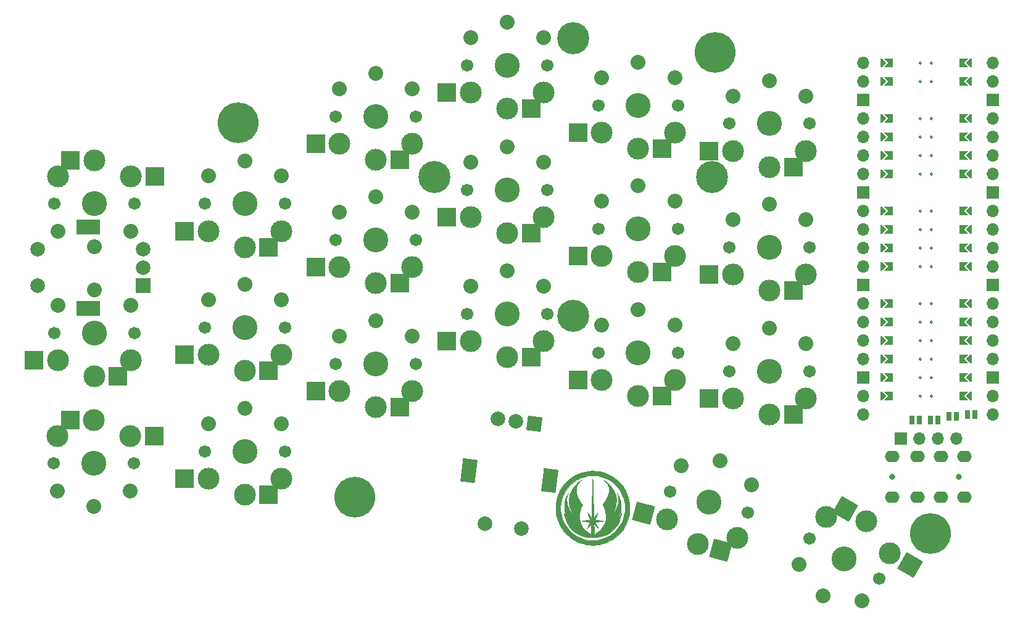
<source format=gbs>
G04 #@! TF.GenerationSoftware,KiCad,Pcbnew,(6.0.2-0)*
G04 #@! TF.CreationDate,2022-04-08T10:03:05+08:00*
G04 #@! TF.ProjectId,half-swept,68616c66-2d73-4776-9570-742e6b696361,rev?*
G04 #@! TF.SameCoordinates,Original*
G04 #@! TF.FileFunction,Soldermask,Bot*
G04 #@! TF.FilePolarity,Negative*
%FSLAX46Y46*%
G04 Gerber Fmt 4.6, Leading zero omitted, Abs format (unit mm)*
G04 Created by KiCad (PCBNEW (6.0.2-0)) date 2022-04-08 10:03:05*
%MOMM*%
%LPD*%
G01*
G04 APERTURE LIST*
G04 Aperture macros list*
%AMRotRect*
0 Rectangle, with rotation*
0 The origin of the aperture is its center*
0 $1 length*
0 $2 width*
0 $3 Rotation angle, in degrees counterclockwise*
0 Add horizontal line*
21,1,$1,$2,0,0,$3*%
%AMFreePoly0*
4,1,6,0.600000,0.200000,0.000000,-0.400000,-0.600000,0.200000,-0.600000,0.400000,0.600000,0.400000,0.600000,0.200000,0.600000,0.200000,$1*%
%AMFreePoly1*
4,1,6,0.600000,-0.250000,-0.600000,-0.250000,-0.600000,1.000000,0.000000,0.400000,0.600000,1.000000,0.600000,-0.250000,0.600000,-0.250000,$1*%
G04 Aperture macros list end*
%ADD10C,0.250000*%
%ADD11C,0.010000*%
%ADD12C,3.000000*%
%ADD13C,1.701800*%
%ADD14C,3.429000*%
%ADD15C,2.032000*%
%ADD16R,2.600000X2.600000*%
%ADD17RotRect,2.600000X2.600000X330.000000*%
%ADD18RotRect,2.600000X2.600000X165.000000*%
%ADD19C,4.400000*%
%ADD20R,1.700000X1.700000*%
%ADD21O,1.700000X1.700000*%
%ADD22R,2.000000X2.000000*%
%ADD23C,2.000000*%
%ADD24R,3.200000X2.000000*%
%ADD25FreePoly0,270.000000*%
%ADD26FreePoly0,90.000000*%
%ADD27FreePoly1,270.000000*%
%ADD28FreePoly1,90.000000*%
%ADD29C,0.800000*%
%ADD30O,2.000000X1.600000*%
%ADD31C,5.600000*%
%ADD32RotRect,2.000000X2.000000X263.000000*%
%ADD33RotRect,3.200000X2.000000X263.000000*%
%ADD34R,0.635000X1.143000*%
G04 APERTURE END LIST*
D10*
X141223480Y-63770000D02*
G75*
G03*
X141223480Y-63770000I-125000J0D01*
G01*
X141223480Y-43450000D02*
G75*
G03*
X141223480Y-43450000I-125000J0D01*
G01*
X139699480Y-56150000D02*
G75*
G03*
X139699480Y-56150000I-125000J0D01*
G01*
X141223480Y-40910000D02*
G75*
G03*
X141223480Y-40910000I-125000J0D01*
G01*
X139699480Y-30750000D02*
G75*
G03*
X139699480Y-30750000I-125000J0D01*
G01*
X139699480Y-40910000D02*
G75*
G03*
X139699480Y-40910000I-125000J0D01*
G01*
X139699480Y-63770000D02*
G75*
G03*
X139699480Y-63770000I-125000J0D01*
G01*
X139699480Y-28210000D02*
G75*
G03*
X139699480Y-28210000I-125000J0D01*
G01*
X139699480Y-48530000D02*
G75*
G03*
X139699480Y-48530000I-125000J0D01*
G01*
X141223480Y-51070000D02*
G75*
G03*
X141223480Y-51070000I-125000J0D01*
G01*
X139699480Y-51070000D02*
G75*
G03*
X139699480Y-51070000I-125000J0D01*
G01*
X141223480Y-61230000D02*
G75*
G03*
X141223480Y-61230000I-125000J0D01*
G01*
X139699480Y-73930000D02*
G75*
G03*
X139699480Y-73930000I-125000J0D01*
G01*
X139699480Y-35830000D02*
G75*
G03*
X139699480Y-35830000I-125000J0D01*
G01*
X141223480Y-56150000D02*
G75*
G03*
X141223480Y-56150000I-125000J0D01*
G01*
X139699480Y-43450000D02*
G75*
G03*
X139699480Y-43450000I-125000J0D01*
G01*
X141223480Y-68850000D02*
G75*
G03*
X141223480Y-68850000I-125000J0D01*
G01*
X139699480Y-71390000D02*
G75*
G03*
X139699480Y-71390000I-125000J0D01*
G01*
X141223480Y-30750000D02*
G75*
G03*
X141223480Y-30750000I-125000J0D01*
G01*
X139699480Y-61230000D02*
G75*
G03*
X139699480Y-61230000I-125000J0D01*
G01*
X141223480Y-35830000D02*
G75*
G03*
X141223480Y-35830000I-125000J0D01*
G01*
X139699480Y-66310000D02*
G75*
G03*
X139699480Y-66310000I-125000J0D01*
G01*
X141223480Y-28210000D02*
G75*
G03*
X141223480Y-28210000I-125000J0D01*
G01*
X141223480Y-48530000D02*
G75*
G03*
X141223480Y-48530000I-125000J0D01*
G01*
X141223480Y-53610000D02*
G75*
G03*
X141223480Y-53610000I-125000J0D01*
G01*
X141223480Y-66310000D02*
G75*
G03*
X141223480Y-66310000I-125000J0D01*
G01*
X141223480Y-71390000D02*
G75*
G03*
X141223480Y-71390000I-125000J0D01*
G01*
X139699480Y-68850000D02*
G75*
G03*
X139699480Y-68850000I-125000J0D01*
G01*
X141223480Y-38370000D02*
G75*
G03*
X141223480Y-38370000I-125000J0D01*
G01*
X139699480Y-53610000D02*
G75*
G03*
X139699480Y-53610000I-125000J0D01*
G01*
X141223480Y-73930000D02*
G75*
G03*
X141223480Y-73930000I-125000J0D01*
G01*
X139699480Y-38370000D02*
G75*
G03*
X139699480Y-38370000I-125000J0D01*
G01*
D11*
X94361880Y-84199344D02*
X94184150Y-84206647D01*
X94184150Y-84206647D02*
X94032351Y-84218682D01*
X94032351Y-84218682D02*
X93988623Y-84223847D01*
X93988623Y-84223847D02*
X93533178Y-84304065D01*
X93533178Y-84304065D02*
X93092408Y-84422516D01*
X93092408Y-84422516D02*
X92668242Y-84577522D01*
X92668242Y-84577522D02*
X92262606Y-84767405D01*
X92262606Y-84767405D02*
X91877431Y-84990487D01*
X91877431Y-84990487D02*
X91514643Y-85245090D01*
X91514643Y-85245090D02*
X91176171Y-85529536D01*
X91176171Y-85529536D02*
X90863944Y-85842148D01*
X90863944Y-85842148D02*
X90579889Y-86181246D01*
X90579889Y-86181246D02*
X90325935Y-86545153D01*
X90325935Y-86545153D02*
X90104010Y-86932192D01*
X90104010Y-86932192D02*
X89916042Y-87340683D01*
X89916042Y-87340683D02*
X89763960Y-87768950D01*
X89763960Y-87768950D02*
X89714066Y-87943694D01*
X89714066Y-87943694D02*
X89659694Y-88161536D01*
X89659694Y-88161536D02*
X89618306Y-88361963D01*
X89618306Y-88361963D02*
X89588145Y-88557809D01*
X89588145Y-88557809D02*
X89567456Y-88761908D01*
X89567456Y-88761908D02*
X89554481Y-88987097D01*
X89554481Y-88987097D02*
X89549454Y-89146523D01*
X89549454Y-89146523D02*
X89548896Y-89485415D01*
X89548896Y-89485415D02*
X89565337Y-89796549D01*
X89565337Y-89796549D02*
X89600497Y-90091648D01*
X89600497Y-90091648D02*
X89656099Y-90382434D01*
X89656099Y-90382434D02*
X89733863Y-90680631D01*
X89733863Y-90680631D02*
X89810547Y-90924523D01*
X89810547Y-90924523D02*
X89974390Y-91348632D01*
X89974390Y-91348632D02*
X90175653Y-91753240D01*
X90175653Y-91753240D02*
X90414522Y-92138642D01*
X90414522Y-92138642D02*
X90691181Y-92505136D01*
X90691181Y-92505136D02*
X91005818Y-92853019D01*
X91005818Y-92853019D02*
X91035446Y-92882867D01*
X91035446Y-92882867D02*
X91307584Y-93139574D01*
X91307584Y-93139574D02*
X91578859Y-93362657D01*
X91578859Y-93362657D02*
X91859380Y-93559374D01*
X91859380Y-93559374D02*
X92159257Y-93736986D01*
X92159257Y-93736986D02*
X92390540Y-93855999D01*
X92390540Y-93855999D02*
X92816960Y-94041431D01*
X92816960Y-94041431D02*
X93251288Y-94185846D01*
X93251288Y-94185846D02*
X93696997Y-94290328D01*
X93696997Y-94290328D02*
X93882790Y-94321717D01*
X93882790Y-94321717D02*
X94005604Y-94336165D01*
X94005604Y-94336165D02*
X94159081Y-94348024D01*
X94159081Y-94348024D02*
X94332472Y-94357027D01*
X94332472Y-94357027D02*
X94515031Y-94362902D01*
X94515031Y-94362902D02*
X94696009Y-94365380D01*
X94696009Y-94365380D02*
X94864658Y-94364192D01*
X94864658Y-94364192D02*
X95010233Y-94359067D01*
X95010233Y-94359067D02*
X95099873Y-94352266D01*
X95099873Y-94352266D02*
X95559452Y-94283921D01*
X95559452Y-94283921D02*
X96005921Y-94176443D01*
X96005921Y-94176443D02*
X96437185Y-94031259D01*
X96437185Y-94031259D02*
X96851147Y-93849802D01*
X96851147Y-93849802D02*
X97245713Y-93633500D01*
X97245713Y-93633500D02*
X97618785Y-93383785D01*
X97618785Y-93383785D02*
X97968268Y-93102086D01*
X97968268Y-93102086D02*
X98292066Y-92789834D01*
X98292066Y-92789834D02*
X98588083Y-92448458D01*
X98588083Y-92448458D02*
X98854223Y-92079390D01*
X98854223Y-92079390D02*
X99088390Y-91684059D01*
X99088390Y-91684059D02*
X99131676Y-91601040D01*
X99131676Y-91601040D02*
X99314825Y-91201799D01*
X99314825Y-91201799D02*
X99461659Y-90791996D01*
X99461659Y-90791996D02*
X99574747Y-90363909D01*
X99574747Y-90363909D02*
X99621202Y-90130773D01*
X99621202Y-90130773D02*
X99640998Y-89991076D01*
X99640998Y-89991076D02*
X99657193Y-89819646D01*
X99657193Y-89819646D02*
X99669480Y-89626951D01*
X99669480Y-89626951D02*
X99677553Y-89423464D01*
X99677553Y-89423464D02*
X99679999Y-89283060D01*
X99679999Y-89283060D02*
X99043687Y-89283060D01*
X99043687Y-89283060D02*
X99039911Y-89488733D01*
X99039911Y-89488733D02*
X99030190Y-89685999D01*
X99030190Y-89685999D02*
X99014725Y-89863483D01*
X99014725Y-89863483D02*
X98994828Y-90003773D01*
X98994828Y-90003773D02*
X98894791Y-90444654D01*
X98894791Y-90444654D02*
X98759243Y-90862530D01*
X98759243Y-90862530D02*
X98588073Y-91257617D01*
X98588073Y-91257617D02*
X98381163Y-91630134D01*
X98381163Y-91630134D02*
X98138400Y-91980298D01*
X98138400Y-91980298D02*
X97859669Y-92308328D01*
X97859669Y-92308328D02*
X97690075Y-92480273D01*
X97690075Y-92480273D02*
X97362681Y-92767224D01*
X97362681Y-92767224D02*
X97014434Y-93018584D01*
X97014434Y-93018584D02*
X96647641Y-93233457D01*
X96647641Y-93233457D02*
X96264608Y-93410945D01*
X96264608Y-93410945D02*
X95867642Y-93550151D01*
X95867642Y-93550151D02*
X95459049Y-93650178D01*
X95459049Y-93650178D02*
X95041136Y-93710128D01*
X95041136Y-93710128D02*
X94616208Y-93729106D01*
X94616208Y-93729106D02*
X94486040Y-93726618D01*
X94486040Y-93726618D02*
X94353848Y-93720234D01*
X94353848Y-93720234D02*
X94213721Y-93710321D01*
X94213721Y-93710321D02*
X94082484Y-93698240D01*
X94082484Y-93698240D02*
X93978040Y-93685511D01*
X93978040Y-93685511D02*
X93557866Y-93602716D01*
X93557866Y-93602716D02*
X93149003Y-93479955D01*
X93149003Y-93479955D02*
X92754404Y-93318762D01*
X92754404Y-93318762D02*
X92377025Y-93120673D01*
X92377025Y-93120673D02*
X92019818Y-92887222D01*
X92019818Y-92887222D02*
X91685737Y-92619943D01*
X91685737Y-92619943D02*
X91404170Y-92348463D01*
X91404170Y-92348463D02*
X91140507Y-92045345D01*
X91140507Y-92045345D02*
X90909307Y-91724289D01*
X90909307Y-91724289D02*
X90705187Y-91377414D01*
X90705187Y-91377414D02*
X90605151Y-91178323D01*
X90605151Y-91178323D02*
X90440571Y-90783858D01*
X90440571Y-90783858D02*
X90315873Y-90378259D01*
X90315873Y-90378259D02*
X90231035Y-89964525D01*
X90231035Y-89964525D02*
X90186035Y-89545655D01*
X90186035Y-89545655D02*
X90180849Y-89124647D01*
X90180849Y-89124647D02*
X90215457Y-88704500D01*
X90215457Y-88704500D02*
X90289835Y-88288213D01*
X90289835Y-88288213D02*
X90403961Y-87878784D01*
X90403961Y-87878784D02*
X90557812Y-87479212D01*
X90557812Y-87479212D02*
X90633999Y-87315606D01*
X90633999Y-87315606D02*
X90842904Y-86936769D01*
X90842904Y-86936769D02*
X91084416Y-86583732D01*
X91084416Y-86583732D02*
X91356445Y-86258047D01*
X91356445Y-86258047D02*
X91656897Y-85961265D01*
X91656897Y-85961265D02*
X91983680Y-85694938D01*
X91983680Y-85694938D02*
X92334702Y-85460618D01*
X92334702Y-85460618D02*
X92707870Y-85259856D01*
X92707870Y-85259856D02*
X93101093Y-85094205D01*
X93101093Y-85094205D02*
X93512277Y-84965216D01*
X93512277Y-84965216D02*
X93921827Y-84877341D01*
X93921827Y-84877341D02*
X94062043Y-84859630D01*
X94062043Y-84859630D02*
X94233578Y-84847086D01*
X94233578Y-84847086D02*
X94425733Y-84839710D01*
X94425733Y-84839710D02*
X94627810Y-84837502D01*
X94627810Y-84837502D02*
X94829110Y-84840460D01*
X94829110Y-84840460D02*
X95018935Y-84848587D01*
X95018935Y-84848587D02*
X95186587Y-84861881D01*
X95186587Y-84861881D02*
X95304253Y-84877341D01*
X95304253Y-84877341D02*
X95729841Y-84969402D01*
X95729841Y-84969402D02*
X96138151Y-85098867D01*
X96138151Y-85098867D02*
X96527384Y-85263868D01*
X96527384Y-85263868D02*
X96895738Y-85462537D01*
X96895738Y-85462537D02*
X97241415Y-85693009D01*
X97241415Y-85693009D02*
X97562613Y-85953414D01*
X97562613Y-85953414D02*
X97857533Y-86241887D01*
X97857533Y-86241887D02*
X98124376Y-86556559D01*
X98124376Y-86556559D02*
X98361340Y-86895563D01*
X98361340Y-86895563D02*
X98566626Y-87257031D01*
X98566626Y-87257031D02*
X98738435Y-87639098D01*
X98738435Y-87639098D02*
X98874965Y-88039894D01*
X98874965Y-88039894D02*
X98974417Y-88457553D01*
X98974417Y-88457553D02*
X99017331Y-88729340D01*
X99017331Y-88729340D02*
X99032598Y-88891989D01*
X99032598Y-88891989D02*
X99041316Y-89080354D01*
X99041316Y-89080354D02*
X99043687Y-89283060D01*
X99043687Y-89283060D02*
X99679999Y-89283060D01*
X99679999Y-89283060D02*
X99681104Y-89219654D01*
X99681104Y-89219654D02*
X99679825Y-89025992D01*
X99679825Y-89025992D02*
X99673410Y-88852949D01*
X99673410Y-88852949D02*
X99662607Y-88720076D01*
X99662607Y-88720076D02*
X99590061Y-88262199D01*
X99590061Y-88262199D02*
X99478498Y-87817688D01*
X99478498Y-87817688D02*
X99329391Y-87388646D01*
X99329391Y-87388646D02*
X99144213Y-86977175D01*
X99144213Y-86977175D02*
X98924434Y-86585378D01*
X98924434Y-86585378D02*
X98671527Y-86215357D01*
X98671527Y-86215357D02*
X98386965Y-85869216D01*
X98386965Y-85869216D02*
X98072219Y-85549056D01*
X98072219Y-85549056D02*
X97728761Y-85256980D01*
X97728761Y-85256980D02*
X97358064Y-84995091D01*
X97358064Y-84995091D02*
X96961600Y-84765492D01*
X96961600Y-84765492D02*
X96856706Y-84712438D01*
X96856706Y-84712438D02*
X96521039Y-84560047D01*
X96521039Y-84560047D02*
X96189381Y-84436276D01*
X96189381Y-84436276D02*
X95847773Y-84336570D01*
X95847773Y-84336570D02*
X95482255Y-84256377D01*
X95482255Y-84256377D02*
X95427956Y-84246371D01*
X95427956Y-84246371D02*
X95298959Y-84228480D01*
X95298959Y-84228480D02*
X95137516Y-84214407D01*
X95137516Y-84214407D02*
X94953358Y-84204304D01*
X94953358Y-84204304D02*
X94756213Y-84198325D01*
X94756213Y-84198325D02*
X94555810Y-84196621D01*
X94555810Y-84196621D02*
X94361880Y-84199344D01*
X94361880Y-84199344D02*
X94361880Y-84199344D01*
G36*
X99669480Y-89626951D02*
G01*
X99657193Y-89819646D01*
X99640998Y-89991076D01*
X99621202Y-90130773D01*
X99574747Y-90363909D01*
X99461659Y-90791996D01*
X99314825Y-91201799D01*
X99131676Y-91601040D01*
X99088390Y-91684059D01*
X98854223Y-92079390D01*
X98588083Y-92448458D01*
X98292066Y-92789834D01*
X97968268Y-93102086D01*
X97618785Y-93383785D01*
X97245713Y-93633500D01*
X96851147Y-93849802D01*
X96437185Y-94031259D01*
X96005921Y-94176443D01*
X95559452Y-94283921D01*
X95099873Y-94352266D01*
X95010233Y-94359067D01*
X94864658Y-94364192D01*
X94696009Y-94365380D01*
X94515031Y-94362902D01*
X94332472Y-94357027D01*
X94159081Y-94348024D01*
X94005604Y-94336165D01*
X93882790Y-94321717D01*
X93696997Y-94290328D01*
X93251288Y-94185846D01*
X92816960Y-94041431D01*
X92390540Y-93855999D01*
X92159257Y-93736986D01*
X91859380Y-93559374D01*
X91578859Y-93362657D01*
X91307584Y-93139574D01*
X91035446Y-92882867D01*
X91005818Y-92853019D01*
X90691181Y-92505136D01*
X90414522Y-92138642D01*
X90175653Y-91753240D01*
X89974390Y-91348632D01*
X89810547Y-90924523D01*
X89733863Y-90680631D01*
X89656099Y-90382434D01*
X89600497Y-90091648D01*
X89565337Y-89796549D01*
X89548896Y-89485415D01*
X89549454Y-89146523D01*
X89550144Y-89124647D01*
X90180849Y-89124647D01*
X90186035Y-89545655D01*
X90231035Y-89964525D01*
X90315873Y-90378259D01*
X90440571Y-90783858D01*
X90605151Y-91178323D01*
X90705187Y-91377414D01*
X90909307Y-91724289D01*
X91140507Y-92045345D01*
X91404170Y-92348463D01*
X91685737Y-92619943D01*
X92019818Y-92887222D01*
X92377025Y-93120673D01*
X92754404Y-93318762D01*
X93149003Y-93479955D01*
X93557866Y-93602716D01*
X93978040Y-93685511D01*
X94082484Y-93698240D01*
X94213721Y-93710321D01*
X94353848Y-93720234D01*
X94486040Y-93726618D01*
X94616208Y-93729106D01*
X95041136Y-93710128D01*
X95459049Y-93650178D01*
X95867642Y-93550151D01*
X96264608Y-93410945D01*
X96647641Y-93233457D01*
X97014434Y-93018584D01*
X97362681Y-92767224D01*
X97690075Y-92480273D01*
X97859669Y-92308328D01*
X98138400Y-91980298D01*
X98381163Y-91630134D01*
X98588073Y-91257617D01*
X98759243Y-90862530D01*
X98894791Y-90444654D01*
X98994828Y-90003773D01*
X99014725Y-89863483D01*
X99030190Y-89685999D01*
X99039911Y-89488733D01*
X99043687Y-89283060D01*
X99041316Y-89080354D01*
X99032598Y-88891989D01*
X99017331Y-88729340D01*
X98974417Y-88457553D01*
X98874965Y-88039894D01*
X98738435Y-87639098D01*
X98566626Y-87257031D01*
X98361340Y-86895563D01*
X98124376Y-86556559D01*
X97857533Y-86241887D01*
X97562613Y-85953414D01*
X97241415Y-85693009D01*
X96895738Y-85462537D01*
X96527384Y-85263868D01*
X96138151Y-85098867D01*
X95729841Y-84969402D01*
X95304253Y-84877341D01*
X95186587Y-84861881D01*
X95018935Y-84848587D01*
X94829110Y-84840460D01*
X94627810Y-84837502D01*
X94425733Y-84839710D01*
X94233578Y-84847086D01*
X94062043Y-84859630D01*
X93921827Y-84877341D01*
X93512277Y-84965216D01*
X93101093Y-85094205D01*
X92707870Y-85259856D01*
X92334702Y-85460618D01*
X91983680Y-85694938D01*
X91656897Y-85961265D01*
X91356445Y-86258047D01*
X91084416Y-86583732D01*
X90842904Y-86936769D01*
X90633999Y-87315606D01*
X90557812Y-87479212D01*
X90403961Y-87878784D01*
X90289835Y-88288213D01*
X90215457Y-88704500D01*
X90180849Y-89124647D01*
X89550144Y-89124647D01*
X89554481Y-88987097D01*
X89567456Y-88761908D01*
X89588145Y-88557809D01*
X89618306Y-88361963D01*
X89659694Y-88161536D01*
X89714066Y-87943694D01*
X89763960Y-87768950D01*
X89916042Y-87340683D01*
X90104010Y-86932192D01*
X90325935Y-86545153D01*
X90579889Y-86181246D01*
X90863944Y-85842148D01*
X91176171Y-85529536D01*
X91514643Y-85245090D01*
X91877431Y-84990487D01*
X92262606Y-84767405D01*
X92668242Y-84577522D01*
X93092408Y-84422516D01*
X93533178Y-84304065D01*
X93988623Y-84223847D01*
X94032351Y-84218682D01*
X94184150Y-84206647D01*
X94361880Y-84199344D01*
X94555810Y-84196621D01*
X94756213Y-84198325D01*
X94953358Y-84204304D01*
X95137516Y-84214407D01*
X95298959Y-84228480D01*
X95427956Y-84246371D01*
X95482255Y-84256377D01*
X95847773Y-84336570D01*
X96189381Y-84436276D01*
X96521039Y-84560047D01*
X96856706Y-84712438D01*
X96961600Y-84765492D01*
X97358064Y-84995091D01*
X97728761Y-85256980D01*
X98072219Y-85549056D01*
X98386965Y-85869216D01*
X98671527Y-86215357D01*
X98924434Y-86585378D01*
X99144213Y-86977175D01*
X99329391Y-87388646D01*
X99478498Y-87817688D01*
X99590061Y-88262199D01*
X99662607Y-88720076D01*
X99673410Y-88852949D01*
X99679825Y-89025992D01*
X99681104Y-89219654D01*
X99679999Y-89283060D01*
X99677553Y-89423464D01*
X99669480Y-89626951D01*
G37*
X99669480Y-89626951D02*
X99657193Y-89819646D01*
X99640998Y-89991076D01*
X99621202Y-90130773D01*
X99574747Y-90363909D01*
X99461659Y-90791996D01*
X99314825Y-91201799D01*
X99131676Y-91601040D01*
X99088390Y-91684059D01*
X98854223Y-92079390D01*
X98588083Y-92448458D01*
X98292066Y-92789834D01*
X97968268Y-93102086D01*
X97618785Y-93383785D01*
X97245713Y-93633500D01*
X96851147Y-93849802D01*
X96437185Y-94031259D01*
X96005921Y-94176443D01*
X95559452Y-94283921D01*
X95099873Y-94352266D01*
X95010233Y-94359067D01*
X94864658Y-94364192D01*
X94696009Y-94365380D01*
X94515031Y-94362902D01*
X94332472Y-94357027D01*
X94159081Y-94348024D01*
X94005604Y-94336165D01*
X93882790Y-94321717D01*
X93696997Y-94290328D01*
X93251288Y-94185846D01*
X92816960Y-94041431D01*
X92390540Y-93855999D01*
X92159257Y-93736986D01*
X91859380Y-93559374D01*
X91578859Y-93362657D01*
X91307584Y-93139574D01*
X91035446Y-92882867D01*
X91005818Y-92853019D01*
X90691181Y-92505136D01*
X90414522Y-92138642D01*
X90175653Y-91753240D01*
X89974390Y-91348632D01*
X89810547Y-90924523D01*
X89733863Y-90680631D01*
X89656099Y-90382434D01*
X89600497Y-90091648D01*
X89565337Y-89796549D01*
X89548896Y-89485415D01*
X89549454Y-89146523D01*
X89550144Y-89124647D01*
X90180849Y-89124647D01*
X90186035Y-89545655D01*
X90231035Y-89964525D01*
X90315873Y-90378259D01*
X90440571Y-90783858D01*
X90605151Y-91178323D01*
X90705187Y-91377414D01*
X90909307Y-91724289D01*
X91140507Y-92045345D01*
X91404170Y-92348463D01*
X91685737Y-92619943D01*
X92019818Y-92887222D01*
X92377025Y-93120673D01*
X92754404Y-93318762D01*
X93149003Y-93479955D01*
X93557866Y-93602716D01*
X93978040Y-93685511D01*
X94082484Y-93698240D01*
X94213721Y-93710321D01*
X94353848Y-93720234D01*
X94486040Y-93726618D01*
X94616208Y-93729106D01*
X95041136Y-93710128D01*
X95459049Y-93650178D01*
X95867642Y-93550151D01*
X96264608Y-93410945D01*
X96647641Y-93233457D01*
X97014434Y-93018584D01*
X97362681Y-92767224D01*
X97690075Y-92480273D01*
X97859669Y-92308328D01*
X98138400Y-91980298D01*
X98381163Y-91630134D01*
X98588073Y-91257617D01*
X98759243Y-90862530D01*
X98894791Y-90444654D01*
X98994828Y-90003773D01*
X99014725Y-89863483D01*
X99030190Y-89685999D01*
X99039911Y-89488733D01*
X99043687Y-89283060D01*
X99041316Y-89080354D01*
X99032598Y-88891989D01*
X99017331Y-88729340D01*
X98974417Y-88457553D01*
X98874965Y-88039894D01*
X98738435Y-87639098D01*
X98566626Y-87257031D01*
X98361340Y-86895563D01*
X98124376Y-86556559D01*
X97857533Y-86241887D01*
X97562613Y-85953414D01*
X97241415Y-85693009D01*
X96895738Y-85462537D01*
X96527384Y-85263868D01*
X96138151Y-85098867D01*
X95729841Y-84969402D01*
X95304253Y-84877341D01*
X95186587Y-84861881D01*
X95018935Y-84848587D01*
X94829110Y-84840460D01*
X94627810Y-84837502D01*
X94425733Y-84839710D01*
X94233578Y-84847086D01*
X94062043Y-84859630D01*
X93921827Y-84877341D01*
X93512277Y-84965216D01*
X93101093Y-85094205D01*
X92707870Y-85259856D01*
X92334702Y-85460618D01*
X91983680Y-85694938D01*
X91656897Y-85961265D01*
X91356445Y-86258047D01*
X91084416Y-86583732D01*
X90842904Y-86936769D01*
X90633999Y-87315606D01*
X90557812Y-87479212D01*
X90403961Y-87878784D01*
X90289835Y-88288213D01*
X90215457Y-88704500D01*
X90180849Y-89124647D01*
X89550144Y-89124647D01*
X89554481Y-88987097D01*
X89567456Y-88761908D01*
X89588145Y-88557809D01*
X89618306Y-88361963D01*
X89659694Y-88161536D01*
X89714066Y-87943694D01*
X89763960Y-87768950D01*
X89916042Y-87340683D01*
X90104010Y-86932192D01*
X90325935Y-86545153D01*
X90579889Y-86181246D01*
X90863944Y-85842148D01*
X91176171Y-85529536D01*
X91514643Y-85245090D01*
X91877431Y-84990487D01*
X92262606Y-84767405D01*
X92668242Y-84577522D01*
X93092408Y-84422516D01*
X93533178Y-84304065D01*
X93988623Y-84223847D01*
X94032351Y-84218682D01*
X94184150Y-84206647D01*
X94361880Y-84199344D01*
X94555810Y-84196621D01*
X94756213Y-84198325D01*
X94953358Y-84204304D01*
X95137516Y-84214407D01*
X95298959Y-84228480D01*
X95427956Y-84246371D01*
X95482255Y-84256377D01*
X95847773Y-84336570D01*
X96189381Y-84436276D01*
X96521039Y-84560047D01*
X96856706Y-84712438D01*
X96961600Y-84765492D01*
X97358064Y-84995091D01*
X97728761Y-85256980D01*
X98072219Y-85549056D01*
X98386965Y-85869216D01*
X98671527Y-86215357D01*
X98924434Y-86585378D01*
X99144213Y-86977175D01*
X99329391Y-87388646D01*
X99478498Y-87817688D01*
X99590061Y-88262199D01*
X99662607Y-88720076D01*
X99673410Y-88852949D01*
X99679825Y-89025992D01*
X99681104Y-89219654D01*
X99679999Y-89283060D01*
X99677553Y-89423464D01*
X99669480Y-89626951D01*
X94589423Y-85241273D02*
X94588095Y-85264701D01*
X94588095Y-85264701D02*
X94585821Y-85327885D01*
X94585821Y-85327885D02*
X94582668Y-85428259D01*
X94582668Y-85428259D02*
X94578705Y-85563256D01*
X94578705Y-85563256D02*
X94574002Y-85730311D01*
X94574002Y-85730311D02*
X94568625Y-85926857D01*
X94568625Y-85926857D02*
X94562646Y-86150329D01*
X94562646Y-86150329D02*
X94556131Y-86398161D01*
X94556131Y-86398161D02*
X94549150Y-86667787D01*
X94549150Y-86667787D02*
X94541771Y-86956642D01*
X94541771Y-86956642D02*
X94534063Y-87262158D01*
X94534063Y-87262158D02*
X94526096Y-87581772D01*
X94526096Y-87581772D02*
X94518309Y-87897689D01*
X94518309Y-87897689D02*
X94510152Y-88229462D01*
X94510152Y-88229462D02*
X94502213Y-88550301D01*
X94502213Y-88550301D02*
X94494560Y-88857574D01*
X94494560Y-88857574D02*
X94487262Y-89148650D01*
X94487262Y-89148650D02*
X94480385Y-89420896D01*
X94480385Y-89420896D02*
X94473998Y-89671682D01*
X94473998Y-89671682D02*
X94468167Y-89898377D01*
X94468167Y-89898377D02*
X94462961Y-90098347D01*
X94462961Y-90098347D02*
X94458447Y-90268962D01*
X94458447Y-90268962D02*
X94454694Y-90407591D01*
X94454694Y-90407591D02*
X94451768Y-90511601D01*
X94451768Y-90511601D02*
X94449737Y-90578361D01*
X94449737Y-90578361D02*
X94448713Y-90604684D01*
X94448713Y-90604684D02*
X94445767Y-90626080D01*
X94445767Y-90626080D02*
X94438673Y-90635096D01*
X94438673Y-90635096D02*
X94424508Y-90628295D01*
X94424508Y-90628295D02*
X94400351Y-90602237D01*
X94400351Y-90602237D02*
X94363279Y-90553484D01*
X94363279Y-90553484D02*
X94310370Y-90478596D01*
X94310370Y-90478596D02*
X94238703Y-90374135D01*
X94238703Y-90374135D02*
X94182269Y-90291095D01*
X94182269Y-90291095D02*
X94105958Y-90179622D01*
X94105958Y-90179622D02*
X94037580Y-90081644D01*
X94037580Y-90081644D02*
X93980641Y-90002031D01*
X93980641Y-90002031D02*
X93938648Y-89945652D01*
X93938648Y-89945652D02*
X93915110Y-89917376D01*
X93915110Y-89917376D02*
X93911464Y-89915126D01*
X93911464Y-89915126D02*
X93915686Y-89936806D01*
X93915686Y-89936806D02*
X93932575Y-89992641D01*
X93932575Y-89992641D02*
X93960265Y-90077022D01*
X93960265Y-90077022D02*
X93996887Y-90184346D01*
X93996887Y-90184346D02*
X94040575Y-90309004D01*
X94040575Y-90309004D02*
X94071902Y-90396744D01*
X94071902Y-90396744D02*
X94119219Y-90529611D01*
X94119219Y-90529611D02*
X94160762Y-90648719D01*
X94160762Y-90648719D02*
X94194654Y-90748475D01*
X94194654Y-90748475D02*
X94219014Y-90823289D01*
X94219014Y-90823289D02*
X94231965Y-90867569D01*
X94231965Y-90867569D02*
X94233371Y-90877330D01*
X94233371Y-90877330D02*
X94211010Y-90882529D01*
X94211010Y-90882529D02*
X94152432Y-90892811D01*
X94152432Y-90892811D02*
X94063326Y-90907270D01*
X94063326Y-90907270D02*
X93949383Y-90925002D01*
X93949383Y-90925002D02*
X93816293Y-90945101D01*
X93816293Y-90945101D02*
X93694080Y-90963120D01*
X93694080Y-90963120D02*
X93549859Y-90984590D01*
X93549859Y-90984590D02*
X93420529Y-91004671D01*
X93420529Y-91004671D02*
X93311664Y-91022428D01*
X93311664Y-91022428D02*
X93228839Y-91036929D01*
X93228839Y-91036929D02*
X93177630Y-91047241D01*
X93177630Y-91047241D02*
X93163123Y-91052008D01*
X93163123Y-91052008D02*
X93183108Y-91058176D01*
X93183108Y-91058176D02*
X93239159Y-91069244D01*
X93239159Y-91069244D02*
X93325423Y-91084217D01*
X93325423Y-91084217D02*
X93436043Y-91102105D01*
X93436043Y-91102105D02*
X93565165Y-91121913D01*
X93565165Y-91121913D02*
X93644665Y-91133664D01*
X93644665Y-91133664D02*
X93785848Y-91154362D01*
X93785848Y-91154362D02*
X93915760Y-91173615D01*
X93915760Y-91173615D02*
X94027590Y-91190396D01*
X94027590Y-91190396D02*
X94114528Y-91203681D01*
X94114528Y-91203681D02*
X94169763Y-91212442D01*
X94169763Y-91212442D02*
X94183307Y-91214795D01*
X94183307Y-91214795D02*
X94240408Y-91225704D01*
X94240408Y-91225704D02*
X94040432Y-91625235D01*
X94040432Y-91625235D02*
X93980923Y-91745078D01*
X93980923Y-91745078D02*
X93928464Y-91852541D01*
X93928464Y-91852541D02*
X93885854Y-91941738D01*
X93885854Y-91941738D02*
X93855893Y-92006784D01*
X93855893Y-92006784D02*
X93841381Y-92041792D01*
X93841381Y-92041792D02*
X93840456Y-92045648D01*
X93840456Y-92045648D02*
X93853898Y-92039462D01*
X93853898Y-92039462D02*
X93890546Y-92007340D01*
X93890546Y-92007340D02*
X93944889Y-91954446D01*
X93944889Y-91954446D02*
X94011412Y-91885944D01*
X94011412Y-91885944D02*
X94015081Y-91882073D01*
X94015081Y-91882073D02*
X94099024Y-91793515D01*
X94099024Y-91793515D02*
X94187018Y-91700863D01*
X94187018Y-91700863D02*
X94266804Y-91617020D01*
X94266804Y-91617020D02*
X94311319Y-91570361D01*
X94311319Y-91570361D02*
X94432931Y-91443106D01*
X94432931Y-91443106D02*
X94421861Y-91813523D01*
X94421861Y-91813523D02*
X94416993Y-91973264D01*
X94416993Y-91973264D02*
X94411306Y-92154937D01*
X94411306Y-92154937D02*
X94405418Y-92339047D01*
X94405418Y-92339047D02*
X94399949Y-92506101D01*
X94399949Y-92506101D02*
X94398502Y-92549376D01*
X94398502Y-92549376D02*
X94386213Y-92914813D01*
X94386213Y-92914813D02*
X94309127Y-92868690D01*
X94309127Y-92868690D02*
X93984013Y-92654604D01*
X93984013Y-92654604D02*
X93696258Y-92424060D01*
X93696258Y-92424060D02*
X93446309Y-92177796D01*
X93446309Y-92177796D02*
X93234611Y-91916548D01*
X93234611Y-91916548D02*
X93061610Y-91641054D01*
X93061610Y-91641054D02*
X92927751Y-91352051D01*
X92927751Y-91352051D02*
X92833479Y-91050275D01*
X92833479Y-91050275D02*
X92779242Y-90736463D01*
X92779242Y-90736463D02*
X92765483Y-90411353D01*
X92765483Y-90411353D02*
X92768790Y-90321273D01*
X92768790Y-90321273D02*
X92804246Y-90003864D01*
X92804246Y-90003864D02*
X92875867Y-89678677D01*
X92875867Y-89678677D02*
X92981124Y-89355102D01*
X92981124Y-89355102D02*
X93108636Y-89060464D01*
X93108636Y-89060464D02*
X93148732Y-88977495D01*
X93148732Y-88977495D02*
X93180704Y-88909303D01*
X93180704Y-88909303D02*
X93200632Y-88864375D01*
X93200632Y-88864375D02*
X93205323Y-88851151D01*
X93205323Y-88851151D02*
X93193286Y-88830748D01*
X93193286Y-88830748D02*
X93160561Y-88783545D01*
X93160561Y-88783545D02*
X93112066Y-88716454D01*
X93112066Y-88716454D02*
X93052718Y-88636387D01*
X93052718Y-88636387D02*
X93049281Y-88631804D01*
X93049281Y-88631804D02*
X92900276Y-88417039D01*
X92900276Y-88417039D02*
X92755191Y-88177785D01*
X92755191Y-88177785D02*
X92624132Y-87931430D01*
X92624132Y-87931430D02*
X92549872Y-87772584D01*
X92549872Y-87772584D02*
X92435990Y-87472870D01*
X92435990Y-87472870D02*
X92362297Y-87184584D01*
X92362297Y-87184584D02*
X92328805Y-86908052D01*
X92328805Y-86908052D02*
X92335525Y-86643599D01*
X92335525Y-86643599D02*
X92382468Y-86391552D01*
X92382468Y-86391552D02*
X92469647Y-86152237D01*
X92469647Y-86152237D02*
X92490326Y-86109106D01*
X92490326Y-86109106D02*
X92566975Y-85976615D01*
X92566975Y-85976615D02*
X92666667Y-85835059D01*
X92666667Y-85835059D02*
X92777721Y-85699589D01*
X92777721Y-85699589D02*
X92888460Y-85585360D01*
X92888460Y-85585360D02*
X92906571Y-85569006D01*
X92906571Y-85569006D02*
X92960371Y-85519312D01*
X92960371Y-85519312D02*
X92995564Y-85482287D01*
X92995564Y-85482287D02*
X93005975Y-85464570D01*
X93005975Y-85464570D02*
X93004373Y-85463922D01*
X93004373Y-85463922D02*
X92973016Y-85477270D01*
X92973016Y-85477270D02*
X92916727Y-85514309D01*
X92916727Y-85514309D02*
X92841720Y-85570059D01*
X92841720Y-85570059D02*
X92754210Y-85639541D01*
X92754210Y-85639541D02*
X92660411Y-85717776D01*
X92660411Y-85717776D02*
X92566537Y-85799784D01*
X92566537Y-85799784D02*
X92478803Y-85880585D01*
X92478803Y-85880585D02*
X92451078Y-85907286D01*
X92451078Y-85907286D02*
X92174708Y-86200605D01*
X92174708Y-86200605D02*
X91939256Y-86501554D01*
X91939256Y-86501554D02*
X91743710Y-86811926D01*
X91743710Y-86811926D02*
X91587058Y-87133511D01*
X91587058Y-87133511D02*
X91468290Y-87468100D01*
X91468290Y-87468100D02*
X91393059Y-87781273D01*
X91393059Y-87781273D02*
X91373469Y-87922572D01*
X91373469Y-87922572D02*
X91361206Y-88092428D01*
X91361206Y-88092428D02*
X91356271Y-88277702D01*
X91356271Y-88277702D02*
X91358664Y-88465254D01*
X91358664Y-88465254D02*
X91368384Y-88641947D01*
X91368384Y-88641947D02*
X91385432Y-88794642D01*
X91385432Y-88794642D02*
X91393058Y-88839606D01*
X91393058Y-88839606D02*
X91456833Y-89117419D01*
X91456833Y-89117419D02*
X91542697Y-89402851D01*
X91542697Y-89402851D02*
X91645488Y-89680993D01*
X91645488Y-89680993D02*
X91760045Y-89936938D01*
X91760045Y-89936938D02*
X91799748Y-90014356D01*
X91799748Y-90014356D02*
X91872939Y-90151939D01*
X91872939Y-90151939D02*
X91797494Y-90067273D01*
X91797494Y-90067273D02*
X91755432Y-90015693D01*
X91755432Y-90015693D02*
X91697993Y-89939341D01*
X91697993Y-89939341D02*
X91632997Y-89848856D01*
X91632997Y-89848856D02*
X91573323Y-89762378D01*
X91573323Y-89762378D02*
X91383491Y-89452276D01*
X91383491Y-89452276D02*
X91233916Y-89144243D01*
X91233916Y-89144243D02*
X91124780Y-88839257D01*
X91124780Y-88839257D02*
X91056268Y-88538293D01*
X91056268Y-88538293D02*
X91028563Y-88242330D01*
X91028563Y-88242330D02*
X91041848Y-87952343D01*
X91041848Y-87952343D02*
X91096307Y-87669310D01*
X91096307Y-87669310D02*
X91148822Y-87503235D01*
X91148822Y-87503235D02*
X91178962Y-87420538D01*
X91178962Y-87420538D02*
X91205012Y-87349084D01*
X91205012Y-87349084D02*
X91222380Y-87301470D01*
X91222380Y-87301470D02*
X91224947Y-87294439D01*
X91224947Y-87294439D02*
X91233983Y-87262575D01*
X91233983Y-87262575D02*
X91226486Y-87263771D01*
X91226486Y-87263771D02*
X91205269Y-87293429D01*
X91205269Y-87293429D02*
X91173143Y-87346953D01*
X91173143Y-87346953D02*
X91132920Y-87419747D01*
X91132920Y-87419747D02*
X91087411Y-87507214D01*
X91087411Y-87507214D02*
X91055501Y-87571453D01*
X91055501Y-87571453D02*
X90926861Y-87869105D01*
X90926861Y-87869105D02*
X90824726Y-88176533D01*
X90824726Y-88176533D02*
X90757949Y-88458606D01*
X90757949Y-88458606D02*
X90739637Y-88588650D01*
X90739637Y-88588650D02*
X90726535Y-88748223D01*
X90726535Y-88748223D02*
X90718650Y-88927077D01*
X90718650Y-88927077D02*
X90715987Y-89114962D01*
X90715987Y-89114962D02*
X90718551Y-89301630D01*
X90718551Y-89301630D02*
X90726347Y-89476831D01*
X90726347Y-89476831D02*
X90739382Y-89630317D01*
X90739382Y-89630317D02*
X90757242Y-89749773D01*
X90757242Y-89749773D02*
X90828253Y-90029607D01*
X90828253Y-90029607D02*
X90929125Y-90322158D01*
X90929125Y-90322158D02*
X91054998Y-90615927D01*
X91054998Y-90615927D02*
X91201014Y-90899411D01*
X91201014Y-90899411D02*
X91338591Y-91125606D01*
X91338591Y-91125606D02*
X91450170Y-91294939D01*
X91450170Y-91294939D02*
X91350691Y-91189106D01*
X91350691Y-91189106D02*
X91244946Y-91062708D01*
X91244946Y-91062708D02*
X91133607Y-90904876D01*
X91133607Y-90904876D02*
X91022241Y-90725012D01*
X91022241Y-90725012D02*
X90916414Y-90532517D01*
X90916414Y-90532517D02*
X90821695Y-90336794D01*
X90821695Y-90336794D02*
X90761581Y-90194273D01*
X90761581Y-90194273D02*
X90721710Y-90098043D01*
X90721710Y-90098043D02*
X90693503Y-90042195D01*
X90693503Y-90042195D02*
X90676995Y-90026407D01*
X90676995Y-90026407D02*
X90672218Y-90050356D01*
X90672218Y-90050356D02*
X90679204Y-90113720D01*
X90679204Y-90113720D02*
X90697986Y-90216178D01*
X90697986Y-90216178D02*
X90728597Y-90357406D01*
X90728597Y-90357406D02*
X90739995Y-90406872D01*
X90739995Y-90406872D02*
X90804548Y-90635957D01*
X90804548Y-90635957D02*
X90894212Y-90884164D01*
X90894212Y-90884164D02*
X91003984Y-91140857D01*
X91003984Y-91140857D02*
X91128865Y-91395401D01*
X91128865Y-91395401D02*
X91263855Y-91637160D01*
X91263855Y-91637160D02*
X91403953Y-91855500D01*
X91403953Y-91855500D02*
X91453930Y-91925314D01*
X91453930Y-91925314D02*
X91674793Y-92188961D01*
X91674793Y-92188961D02*
X91928858Y-92428804D01*
X91928858Y-92428804D02*
X92213384Y-92643405D01*
X92213384Y-92643405D02*
X92525627Y-92831322D01*
X92525627Y-92831322D02*
X92862848Y-92991117D01*
X92862848Y-92991117D02*
X93222303Y-93121350D01*
X93222303Y-93121350D02*
X93601251Y-93220582D01*
X93601251Y-93220582D02*
X93996951Y-93287372D01*
X93996951Y-93287372D02*
X94062706Y-93295070D01*
X94062706Y-93295070D02*
X94170124Y-93303428D01*
X94170124Y-93303428D02*
X94308773Y-93309144D01*
X94308773Y-93309144D02*
X94467638Y-93312241D01*
X94467638Y-93312241D02*
X94635701Y-93312744D01*
X94635701Y-93312744D02*
X94801945Y-93310676D01*
X94801945Y-93310676D02*
X94955353Y-93306060D01*
X94955353Y-93306060D02*
X95084909Y-93298919D01*
X95084909Y-93298919D02*
X95152790Y-93292745D01*
X95152790Y-93292745D02*
X95479898Y-93242091D01*
X95479898Y-93242091D02*
X95810660Y-93165821D01*
X95810660Y-93165821D02*
X96132635Y-93067511D01*
X96132635Y-93067511D02*
X96433381Y-92950739D01*
X96433381Y-92950739D02*
X96580519Y-92882287D01*
X96580519Y-92882287D02*
X96890495Y-92705058D01*
X96890495Y-92705058D02*
X97180806Y-92492190D01*
X97180806Y-92492190D02*
X97449374Y-92246550D01*
X97449374Y-92246550D02*
X97694121Y-91971006D01*
X97694121Y-91971006D02*
X97912968Y-91668426D01*
X97912968Y-91668426D02*
X98103838Y-91341678D01*
X98103838Y-91341678D02*
X98264652Y-90993630D01*
X98264652Y-90993630D02*
X98393332Y-90627149D01*
X98393332Y-90627149D02*
X98486419Y-90252082D01*
X98486419Y-90252082D02*
X98505592Y-90144993D01*
X98505592Y-90144993D02*
X98513599Y-90074202D01*
X98513599Y-90074202D02*
X98510703Y-90040779D01*
X98510703Y-90040779D02*
X98497171Y-90045790D01*
X98497171Y-90045790D02*
X98473268Y-90090305D01*
X98473268Y-90090305D02*
X98456289Y-90130773D01*
X98456289Y-90130773D02*
X98375178Y-90319010D01*
X98375178Y-90319010D02*
X98280186Y-90513055D01*
X98280186Y-90513055D02*
X98176327Y-90704259D01*
X98176327Y-90704259D02*
X98068616Y-90883976D01*
X98068616Y-90883976D02*
X97962067Y-91043558D01*
X97962067Y-91043558D02*
X97861695Y-91174359D01*
X97861695Y-91174359D02*
X97830291Y-91210273D01*
X97830291Y-91210273D02*
X97790779Y-91253248D01*
X97790779Y-91253248D02*
X97768627Y-91275278D01*
X97768627Y-91275278D02*
X97764974Y-91273406D01*
X97764974Y-91273406D02*
X97780960Y-91244679D01*
X97780960Y-91244679D02*
X97817722Y-91186143D01*
X97817722Y-91186143D02*
X97872407Y-91101042D01*
X97872407Y-91101042D02*
X98056672Y-90783170D01*
X98056672Y-90783170D02*
X98214501Y-90445213D01*
X98214501Y-90445213D02*
X98321621Y-90151939D01*
X98321621Y-90151939D02*
X97332956Y-90151939D01*
X97332956Y-90151939D02*
X97322373Y-90162523D01*
X97322373Y-90162523D02*
X97311790Y-90151939D01*
X97311790Y-90151939D02*
X97322373Y-90141356D01*
X97322373Y-90141356D02*
X97332956Y-90151939D01*
X97332956Y-90151939D02*
X98321621Y-90151939D01*
X98321621Y-90151939D02*
X98341145Y-90098488D01*
X98341145Y-90098488D02*
X98426024Y-89781523D01*
X98426024Y-89781523D02*
X98439413Y-89712791D01*
X98439413Y-89712791D02*
X98449470Y-89640695D01*
X98449470Y-89640695D02*
X98456609Y-89557990D01*
X98456609Y-89557990D02*
X98461241Y-89457434D01*
X98461241Y-89457434D02*
X98463779Y-89331782D01*
X98463779Y-89331782D02*
X98464636Y-89173792D01*
X98464636Y-89173792D02*
X98464608Y-89104189D01*
X98464608Y-89104189D02*
X98463896Y-88937295D01*
X98463896Y-88937295D02*
X98461985Y-88804918D01*
X98461985Y-88804918D02*
X98458350Y-88699250D01*
X98458350Y-88699250D02*
X98452465Y-88612479D01*
X98452465Y-88612479D02*
X98443807Y-88536797D01*
X98443807Y-88536797D02*
X98431849Y-88464392D01*
X98431849Y-88464392D02*
X98416586Y-88389835D01*
X98416586Y-88389835D02*
X98327079Y-88050575D01*
X98327079Y-88050575D02*
X98209035Y-87730185D01*
X98209035Y-87730185D02*
X98124792Y-87545530D01*
X98124792Y-87545530D02*
X98069709Y-87436014D01*
X98069709Y-87436014D02*
X98026039Y-87355801D01*
X98026039Y-87355801D02*
X97995111Y-87306296D01*
X97995111Y-87306296D02*
X97978254Y-87288908D01*
X97978254Y-87288908D02*
X97976796Y-87305044D01*
X97976796Y-87305044D02*
X97992067Y-87356109D01*
X97992067Y-87356109D02*
X98023149Y-87437931D01*
X98023149Y-87437931D02*
X98089260Y-87626086D01*
X98089260Y-87626086D02*
X98131631Y-87808045D01*
X98131631Y-87808045D02*
X98153280Y-88000197D01*
X98153280Y-88000197D02*
X98157718Y-88168948D01*
X98157718Y-88168948D02*
X98147305Y-88412645D01*
X98147305Y-88412645D02*
X98115526Y-88638339D01*
X98115526Y-88638339D02*
X98059246Y-88866236D01*
X98059246Y-88866236D02*
X98039564Y-88930383D01*
X98039564Y-88930383D02*
X97975863Y-89101987D01*
X97975863Y-89101987D02*
X97890273Y-89290585D01*
X97890273Y-89290585D02*
X97788925Y-89485267D01*
X97788925Y-89485267D02*
X97677955Y-89675122D01*
X97677955Y-89675122D02*
X97563496Y-89849239D01*
X97563496Y-89849239D02*
X97451680Y-89996708D01*
X97451680Y-89996708D02*
X97418321Y-90035523D01*
X97418321Y-90035523D02*
X97333421Y-90130773D01*
X97333421Y-90130773D02*
X97459253Y-89866189D01*
X97459253Y-89866189D02*
X97613443Y-89500457D01*
X97613443Y-89500457D02*
X97728140Y-89135657D01*
X97728140Y-89135657D02*
X97803112Y-88773670D01*
X97803112Y-88773670D02*
X97838131Y-88416378D01*
X97838131Y-88416378D02*
X97832966Y-88065660D01*
X97832966Y-88065660D02*
X97787388Y-87723397D01*
X97787388Y-87723397D02*
X97744105Y-87536050D01*
X97744105Y-87536050D02*
X97635340Y-87208198D01*
X97635340Y-87208198D02*
X97486955Y-86885718D01*
X97486955Y-86885718D02*
X97301653Y-86573141D01*
X97301653Y-86573141D02*
X97082141Y-86275002D01*
X97082141Y-86275002D02*
X96831122Y-85995833D01*
X96831122Y-85995833D02*
X96816161Y-85980825D01*
X96816161Y-85980825D02*
X96738589Y-85906202D01*
X96738589Y-85906202D02*
X96649204Y-85824655D01*
X96649204Y-85824655D02*
X96553925Y-85741085D01*
X96553925Y-85741085D02*
X96458672Y-85660396D01*
X96458672Y-85660396D02*
X96369362Y-85587488D01*
X96369362Y-85587488D02*
X96291914Y-85527263D01*
X96291914Y-85527263D02*
X96232248Y-85484625D01*
X96232248Y-85484625D02*
X96196282Y-85464473D01*
X96196282Y-85464473D02*
X96191550Y-85463523D01*
X96191550Y-85463523D02*
X96199864Y-85477549D01*
X96199864Y-85477549D02*
X96233294Y-85516053D01*
X96233294Y-85516053D02*
X96286930Y-85573669D01*
X96286930Y-85573669D02*
X96355863Y-85645029D01*
X96355863Y-85645029D02*
X96380806Y-85670352D01*
X96380806Y-85670352D02*
X96472143Y-85765001D01*
X96472143Y-85765001D02*
X96540182Y-85842648D01*
X96540182Y-85842648D02*
X96593226Y-85914459D01*
X96593226Y-85914459D02*
X96639583Y-85991598D01*
X96639583Y-85991598D02*
X96683926Y-86077811D01*
X96683926Y-86077811D02*
X96781144Y-86308812D01*
X96781144Y-86308812D02*
X96840714Y-86532707D01*
X96840714Y-86532707D02*
X96864170Y-86758415D01*
X96864170Y-86758415D02*
X96853047Y-86994856D01*
X96853047Y-86994856D02*
X96848310Y-87033162D01*
X96848310Y-87033162D02*
X96785973Y-87347718D01*
X96785973Y-87347718D02*
X96682022Y-87667461D01*
X96682022Y-87667461D02*
X96536378Y-87992560D01*
X96536378Y-87992560D02*
X96348966Y-88323188D01*
X96348966Y-88323188D02*
X96119707Y-88659514D01*
X96119707Y-88659514D02*
X96114970Y-88665928D01*
X96114970Y-88665928D02*
X95977278Y-88852084D01*
X95977278Y-88852084D02*
X96049643Y-88983428D01*
X96049643Y-88983428D02*
X96145653Y-89181888D01*
X96145653Y-89181888D02*
X96233334Y-89409662D01*
X96233334Y-89409662D02*
X96308930Y-89653978D01*
X96308930Y-89653978D02*
X96368686Y-89902066D01*
X96368686Y-89902066D02*
X96408845Y-90141153D01*
X96408845Y-90141153D02*
X96419375Y-90240636D01*
X96419375Y-90240636D02*
X96427861Y-90561258D01*
X96427861Y-90561258D02*
X96397516Y-90868224D01*
X96397516Y-90868224D02*
X96327433Y-91165602D01*
X96327433Y-91165602D02*
X96216706Y-91457461D01*
X96216706Y-91457461D02*
X96095363Y-91694788D01*
X96095363Y-91694788D02*
X95932815Y-91943975D01*
X95932815Y-91943975D02*
X95734880Y-92186635D01*
X95734880Y-92186635D02*
X95508501Y-92415793D01*
X95508501Y-92415793D02*
X95260620Y-92624470D01*
X95260620Y-92624470D02*
X94998180Y-92805691D01*
X94998180Y-92805691D02*
X94976956Y-92818677D01*
X94976956Y-92818677D02*
X94903792Y-92861781D01*
X94903792Y-92861781D02*
X94845466Y-92893814D01*
X94845466Y-92893814D02*
X94810400Y-92910264D01*
X94810400Y-92910264D02*
X94804200Y-92911217D01*
X94804200Y-92911217D02*
X94802001Y-92889025D01*
X94802001Y-92889025D02*
X94799146Y-92829407D01*
X94799146Y-92829407D02*
X94795789Y-92737264D01*
X94795789Y-92737264D02*
X94792083Y-92617493D01*
X94792083Y-92617493D02*
X94788182Y-92474995D01*
X94788182Y-92474995D02*
X94784240Y-92314670D01*
X94784240Y-92314670D02*
X94781142Y-92175988D01*
X94781142Y-92175988D02*
X94765589Y-91448371D01*
X94765589Y-91448371D02*
X95057386Y-91758528D01*
X95057386Y-91758528D02*
X95146237Y-91852103D01*
X95146237Y-91852103D02*
X95225065Y-91933476D01*
X95225065Y-91933476D02*
X95289414Y-91998180D01*
X95289414Y-91998180D02*
X95334822Y-92041746D01*
X95334822Y-92041746D02*
X95356830Y-92059706D01*
X95356830Y-92059706D02*
X95358067Y-92059801D01*
X95358067Y-92059801D02*
X95351645Y-92039138D01*
X95351645Y-92039138D02*
X95328678Y-91986332D01*
X95328678Y-91986332D02*
X95291791Y-91906986D01*
X95291791Y-91906986D02*
X95243609Y-91806702D01*
X95243609Y-91806702D02*
X95186756Y-91691082D01*
X95186756Y-91691082D02*
X95163373Y-91644189D01*
X95163373Y-91644189D02*
X95103956Y-91524132D01*
X95103956Y-91524132D02*
X95052311Y-91417181D01*
X95052311Y-91417181D02*
X95011049Y-91328960D01*
X95011049Y-91328960D02*
X94982777Y-91265089D01*
X94982777Y-91265089D02*
X94970105Y-91231189D01*
X94970105Y-91231189D02*
X94969922Y-91227334D01*
X94969922Y-91227334D02*
X94992805Y-91221601D01*
X94992805Y-91221601D02*
X95051818Y-91210815D01*
X95051818Y-91210815D02*
X95141185Y-91195918D01*
X95141185Y-91195918D02*
X95255128Y-91177851D01*
X95255128Y-91177851D02*
X95387872Y-91157557D01*
X95387872Y-91157557D02*
X95500336Y-91140848D01*
X95500336Y-91140848D02*
X95643031Y-91119430D01*
X95643031Y-91119430D02*
X95770779Y-91099346D01*
X95770779Y-91099346D02*
X95877950Y-91081554D01*
X95877950Y-91081554D02*
X95958912Y-91067016D01*
X95958912Y-91067016D02*
X96008033Y-91056690D01*
X96008033Y-91056690D02*
X96020623Y-91052146D01*
X96020623Y-91052146D02*
X96000625Y-91045766D01*
X96000625Y-91045766D02*
X95944495Y-91034520D01*
X95944495Y-91034520D02*
X95858028Y-91019396D01*
X95858028Y-91019396D02*
X95747016Y-91001380D01*
X95747016Y-91001380D02*
X95617257Y-90981458D01*
X95617257Y-90981458D02*
X95528831Y-90968423D01*
X95528831Y-90968423D02*
X95387116Y-90947593D01*
X95387116Y-90947593D02*
X95257565Y-90928057D01*
X95257565Y-90928057D02*
X95146685Y-90910836D01*
X95146685Y-90910836D02*
X95060980Y-90896951D01*
X95060980Y-90896951D02*
X95006958Y-90887423D01*
X95006958Y-90887423D02*
X94992808Y-90884324D01*
X94992808Y-90884324D02*
X94979335Y-90878623D01*
X94979335Y-90878623D02*
X94971531Y-90867403D01*
X94971531Y-90867403D02*
X94970647Y-90845778D01*
X94970647Y-90845778D02*
X94977933Y-90808866D01*
X94977933Y-90808866D02*
X94994639Y-90751781D01*
X94994639Y-90751781D02*
X95022017Y-90669640D01*
X95022017Y-90669640D02*
X95061317Y-90557558D01*
X95061317Y-90557558D02*
X95113788Y-90410650D01*
X95113788Y-90410650D02*
X95114807Y-90407808D01*
X95114807Y-90407808D02*
X95161718Y-90275429D01*
X95161718Y-90275429D02*
X95202964Y-90156159D01*
X95202964Y-90156159D02*
X95236619Y-90055813D01*
X95236619Y-90055813D02*
X95260755Y-89980204D01*
X95260755Y-89980204D02*
X95273444Y-89935145D01*
X95273444Y-89935145D02*
X95274788Y-89925266D01*
X95274788Y-89925266D02*
X95261714Y-89936338D01*
X95261714Y-89936338D02*
X95228653Y-89977854D01*
X95228653Y-89977854D02*
X95179097Y-90045034D01*
X95179097Y-90045034D02*
X95116541Y-90133100D01*
X95116541Y-90133100D02*
X95044480Y-90237272D01*
X95044480Y-90237272D02*
X95014932Y-90280675D01*
X95014932Y-90280675D02*
X94931227Y-90403750D01*
X94931227Y-90403750D02*
X94867945Y-90495225D01*
X94867945Y-90495225D02*
X94822002Y-90558706D01*
X94822002Y-90558706D02*
X94790310Y-90597799D01*
X94790310Y-90597799D02*
X94769785Y-90616109D01*
X94769785Y-90616109D02*
X94757340Y-90617244D01*
X94757340Y-90617244D02*
X94749890Y-90604808D01*
X94749890Y-90604808D02*
X94746897Y-90593884D01*
X94746897Y-90593884D02*
X94744512Y-90565001D01*
X94744512Y-90565001D02*
X94741284Y-90496557D01*
X94741284Y-90496557D02*
X94737292Y-90391315D01*
X94737292Y-90391315D02*
X94732614Y-90252038D01*
X94732614Y-90252038D02*
X94727327Y-90081488D01*
X94727327Y-90081488D02*
X94721510Y-89882429D01*
X94721510Y-89882429D02*
X94715242Y-89657622D01*
X94715242Y-89657622D02*
X94708600Y-89409830D01*
X94708600Y-89409830D02*
X94701663Y-89141817D01*
X94701663Y-89141817D02*
X94694510Y-88856345D01*
X94694510Y-88856345D02*
X94687217Y-88556176D01*
X94687217Y-88556176D02*
X94679864Y-88244074D01*
X94679864Y-88244074D02*
X94677731Y-88151689D01*
X94677731Y-88151689D02*
X94667638Y-87715795D01*
X94667638Y-87715795D02*
X94658330Y-87320774D01*
X94658330Y-87320774D02*
X94649763Y-86965173D01*
X94649763Y-86965173D02*
X94641893Y-86647541D01*
X94641893Y-86647541D02*
X94634676Y-86366424D01*
X94634676Y-86366424D02*
X94628068Y-86120370D01*
X94628068Y-86120370D02*
X94622025Y-85907927D01*
X94622025Y-85907927D02*
X94616502Y-85727643D01*
X94616502Y-85727643D02*
X94611457Y-85578065D01*
X94611457Y-85578065D02*
X94606844Y-85457741D01*
X94606844Y-85457741D02*
X94602619Y-85365218D01*
X94602619Y-85365218D02*
X94598739Y-85299044D01*
X94598739Y-85299044D02*
X94595160Y-85257767D01*
X94595160Y-85257767D02*
X94591837Y-85239933D01*
X94591837Y-85239933D02*
X94589423Y-85241273D01*
X94589423Y-85241273D02*
X94589423Y-85241273D01*
G36*
X98056672Y-90783170D02*
G01*
X97872407Y-91101042D01*
X97817722Y-91186143D01*
X97780960Y-91244679D01*
X97764974Y-91273406D01*
X97768627Y-91275278D01*
X97790779Y-91253248D01*
X97830291Y-91210273D01*
X97861695Y-91174359D01*
X97962067Y-91043558D01*
X98068616Y-90883976D01*
X98176327Y-90704259D01*
X98280186Y-90513055D01*
X98375178Y-90319010D01*
X98456289Y-90130773D01*
X98473268Y-90090305D01*
X98497171Y-90045790D01*
X98510703Y-90040779D01*
X98513599Y-90074202D01*
X98505592Y-90144993D01*
X98486419Y-90252082D01*
X98393332Y-90627149D01*
X98264652Y-90993630D01*
X98103838Y-91341678D01*
X97912968Y-91668426D01*
X97694121Y-91971006D01*
X97449374Y-92246550D01*
X97180806Y-92492190D01*
X96890495Y-92705058D01*
X96580519Y-92882287D01*
X96433381Y-92950739D01*
X96132635Y-93067511D01*
X95810660Y-93165821D01*
X95479898Y-93242091D01*
X95152790Y-93292745D01*
X95084909Y-93298919D01*
X94955353Y-93306060D01*
X94801945Y-93310676D01*
X94635701Y-93312744D01*
X94467638Y-93312241D01*
X94308773Y-93309144D01*
X94170124Y-93303428D01*
X94062706Y-93295070D01*
X93996951Y-93287372D01*
X93601251Y-93220582D01*
X93222303Y-93121350D01*
X92862848Y-92991117D01*
X92525627Y-92831322D01*
X92213384Y-92643405D01*
X91928858Y-92428804D01*
X91674793Y-92188961D01*
X91453930Y-91925314D01*
X91403953Y-91855500D01*
X91263855Y-91637160D01*
X91128865Y-91395401D01*
X91003984Y-91140857D01*
X90894212Y-90884164D01*
X90804548Y-90635957D01*
X90739995Y-90406872D01*
X90728597Y-90357406D01*
X90697986Y-90216178D01*
X90679204Y-90113720D01*
X90672218Y-90050356D01*
X90676995Y-90026407D01*
X90693503Y-90042195D01*
X90721710Y-90098043D01*
X90761581Y-90194273D01*
X90821695Y-90336794D01*
X90916414Y-90532517D01*
X91022241Y-90725012D01*
X91133607Y-90904876D01*
X91244946Y-91062708D01*
X91350691Y-91189106D01*
X91450170Y-91294939D01*
X91338591Y-91125606D01*
X91201014Y-90899411D01*
X91054998Y-90615927D01*
X90929125Y-90322158D01*
X90828253Y-90029607D01*
X90757242Y-89749773D01*
X90739382Y-89630317D01*
X90726347Y-89476831D01*
X90718551Y-89301630D01*
X90715987Y-89114962D01*
X90718650Y-88927077D01*
X90726535Y-88748223D01*
X90739637Y-88588650D01*
X90757949Y-88458606D01*
X90824726Y-88176533D01*
X90926861Y-87869105D01*
X91055501Y-87571453D01*
X91087411Y-87507214D01*
X91132920Y-87419747D01*
X91173143Y-87346953D01*
X91205269Y-87293429D01*
X91226486Y-87263771D01*
X91233983Y-87262575D01*
X91224947Y-87294439D01*
X91222380Y-87301470D01*
X91205012Y-87349084D01*
X91178962Y-87420538D01*
X91148822Y-87503235D01*
X91096307Y-87669310D01*
X91041848Y-87952343D01*
X91028563Y-88242330D01*
X91056268Y-88538293D01*
X91124780Y-88839257D01*
X91233916Y-89144243D01*
X91383491Y-89452276D01*
X91573323Y-89762378D01*
X91632997Y-89848856D01*
X91697993Y-89939341D01*
X91755432Y-90015693D01*
X91797494Y-90067273D01*
X91872939Y-90151939D01*
X91799748Y-90014356D01*
X91760045Y-89936938D01*
X91645488Y-89680993D01*
X91542697Y-89402851D01*
X91456833Y-89117419D01*
X91393058Y-88839606D01*
X91385432Y-88794642D01*
X91368384Y-88641947D01*
X91358664Y-88465254D01*
X91356271Y-88277702D01*
X91361206Y-88092428D01*
X91373469Y-87922572D01*
X91393059Y-87781273D01*
X91468290Y-87468100D01*
X91587058Y-87133511D01*
X91743710Y-86811926D01*
X91939256Y-86501554D01*
X92174708Y-86200605D01*
X92451078Y-85907286D01*
X92478803Y-85880585D01*
X92566537Y-85799784D01*
X92660411Y-85717776D01*
X92754210Y-85639541D01*
X92841720Y-85570059D01*
X92916727Y-85514309D01*
X92973016Y-85477270D01*
X93004373Y-85463922D01*
X93005975Y-85464570D01*
X92995564Y-85482287D01*
X92960371Y-85519312D01*
X92906571Y-85569006D01*
X92888460Y-85585360D01*
X92777721Y-85699589D01*
X92666667Y-85835059D01*
X92566975Y-85976615D01*
X92490326Y-86109106D01*
X92469647Y-86152237D01*
X92382468Y-86391552D01*
X92335525Y-86643599D01*
X92328805Y-86908052D01*
X92362297Y-87184584D01*
X92435990Y-87472870D01*
X92549872Y-87772584D01*
X92624132Y-87931430D01*
X92755191Y-88177785D01*
X92900276Y-88417039D01*
X93049281Y-88631804D01*
X93052718Y-88636387D01*
X93112066Y-88716454D01*
X93160561Y-88783545D01*
X93193286Y-88830748D01*
X93205323Y-88851151D01*
X93200632Y-88864375D01*
X93180704Y-88909303D01*
X93148732Y-88977495D01*
X93108636Y-89060464D01*
X92981124Y-89355102D01*
X92875867Y-89678677D01*
X92804246Y-90003864D01*
X92768790Y-90321273D01*
X92765483Y-90411353D01*
X92779242Y-90736463D01*
X92833479Y-91050275D01*
X92927751Y-91352051D01*
X93061610Y-91641054D01*
X93234611Y-91916548D01*
X93446309Y-92177796D01*
X93696258Y-92424060D01*
X93984013Y-92654604D01*
X94309127Y-92868690D01*
X94386213Y-92914813D01*
X94398502Y-92549376D01*
X94399949Y-92506101D01*
X94405418Y-92339047D01*
X94411306Y-92154937D01*
X94416993Y-91973264D01*
X94421861Y-91813523D01*
X94432931Y-91443106D01*
X94311319Y-91570361D01*
X94266804Y-91617020D01*
X94187018Y-91700863D01*
X94099024Y-91793515D01*
X94015081Y-91882073D01*
X94011412Y-91885944D01*
X93944889Y-91954446D01*
X93890546Y-92007340D01*
X93853898Y-92039462D01*
X93840456Y-92045648D01*
X93841381Y-92041792D01*
X93855893Y-92006784D01*
X93885854Y-91941738D01*
X93928464Y-91852541D01*
X93980923Y-91745078D01*
X94040432Y-91625235D01*
X94240408Y-91225704D01*
X94183307Y-91214795D01*
X94169763Y-91212442D01*
X94114528Y-91203681D01*
X94027590Y-91190396D01*
X93915760Y-91173615D01*
X93785848Y-91154362D01*
X93644665Y-91133664D01*
X93565165Y-91121913D01*
X93436043Y-91102105D01*
X93325423Y-91084217D01*
X93239159Y-91069244D01*
X93183108Y-91058176D01*
X93163123Y-91052008D01*
X93177630Y-91047241D01*
X93228839Y-91036929D01*
X93311664Y-91022428D01*
X93420529Y-91004671D01*
X93549859Y-90984590D01*
X93694080Y-90963120D01*
X93816293Y-90945101D01*
X93949383Y-90925002D01*
X94063326Y-90907270D01*
X94152432Y-90892811D01*
X94211010Y-90882529D01*
X94233371Y-90877330D01*
X94231965Y-90867569D01*
X94219014Y-90823289D01*
X94194654Y-90748475D01*
X94160762Y-90648719D01*
X94119219Y-90529611D01*
X94071902Y-90396744D01*
X94040575Y-90309004D01*
X93996887Y-90184346D01*
X93960265Y-90077022D01*
X93932575Y-89992641D01*
X93915686Y-89936806D01*
X93911464Y-89915126D01*
X93915110Y-89917376D01*
X93938648Y-89945652D01*
X93980641Y-90002031D01*
X94037580Y-90081644D01*
X94105958Y-90179622D01*
X94182269Y-90291095D01*
X94238703Y-90374135D01*
X94310370Y-90478596D01*
X94363279Y-90553484D01*
X94400351Y-90602237D01*
X94424508Y-90628295D01*
X94438673Y-90635096D01*
X94445767Y-90626080D01*
X94448713Y-90604684D01*
X94449737Y-90578361D01*
X94451768Y-90511601D01*
X94454694Y-90407591D01*
X94458447Y-90268962D01*
X94462961Y-90098347D01*
X94468167Y-89898377D01*
X94473998Y-89671682D01*
X94480385Y-89420896D01*
X94487262Y-89148650D01*
X94494560Y-88857574D01*
X94502213Y-88550301D01*
X94510152Y-88229462D01*
X94518309Y-87897689D01*
X94526096Y-87581772D01*
X94534063Y-87262158D01*
X94541771Y-86956642D01*
X94549150Y-86667787D01*
X94556131Y-86398161D01*
X94562646Y-86150329D01*
X94568625Y-85926857D01*
X94574002Y-85730311D01*
X94578705Y-85563256D01*
X94582668Y-85428259D01*
X94585821Y-85327885D01*
X94588095Y-85264701D01*
X94589423Y-85241273D01*
X94591837Y-85239933D01*
X94595160Y-85257767D01*
X94598739Y-85299044D01*
X94602619Y-85365218D01*
X94606844Y-85457741D01*
X94611457Y-85578065D01*
X94616502Y-85727643D01*
X94622025Y-85907927D01*
X94628068Y-86120370D01*
X94634676Y-86366424D01*
X94641893Y-86647541D01*
X94649763Y-86965173D01*
X94658330Y-87320774D01*
X94667638Y-87715795D01*
X94677731Y-88151689D01*
X94679864Y-88244074D01*
X94687217Y-88556176D01*
X94694510Y-88856345D01*
X94701663Y-89141817D01*
X94708600Y-89409830D01*
X94715242Y-89657622D01*
X94721510Y-89882429D01*
X94727327Y-90081488D01*
X94732614Y-90252038D01*
X94737292Y-90391315D01*
X94741284Y-90496557D01*
X94744512Y-90565001D01*
X94746897Y-90593884D01*
X94749890Y-90604808D01*
X94757340Y-90617244D01*
X94769785Y-90616109D01*
X94790310Y-90597799D01*
X94822002Y-90558706D01*
X94867945Y-90495225D01*
X94931227Y-90403750D01*
X95014932Y-90280675D01*
X95044480Y-90237272D01*
X95116541Y-90133100D01*
X95179097Y-90045034D01*
X95228653Y-89977854D01*
X95261714Y-89936338D01*
X95274788Y-89925266D01*
X95273444Y-89935145D01*
X95260755Y-89980204D01*
X95236619Y-90055813D01*
X95202964Y-90156159D01*
X95161718Y-90275429D01*
X95114807Y-90407808D01*
X95113788Y-90410650D01*
X95061317Y-90557558D01*
X95022017Y-90669640D01*
X94994639Y-90751781D01*
X94977933Y-90808866D01*
X94970647Y-90845778D01*
X94971531Y-90867403D01*
X94979335Y-90878623D01*
X94992808Y-90884324D01*
X95006958Y-90887423D01*
X95060980Y-90896951D01*
X95146685Y-90910836D01*
X95257565Y-90928057D01*
X95387116Y-90947593D01*
X95528831Y-90968423D01*
X95617257Y-90981458D01*
X95747016Y-91001380D01*
X95858028Y-91019396D01*
X95944495Y-91034520D01*
X96000625Y-91045766D01*
X96020623Y-91052146D01*
X96008033Y-91056690D01*
X95958912Y-91067016D01*
X95877950Y-91081554D01*
X95770779Y-91099346D01*
X95643031Y-91119430D01*
X95500336Y-91140848D01*
X95387872Y-91157557D01*
X95255128Y-91177851D01*
X95141185Y-91195918D01*
X95051818Y-91210815D01*
X94992805Y-91221601D01*
X94969922Y-91227334D01*
X94970105Y-91231189D01*
X94982777Y-91265089D01*
X95011049Y-91328960D01*
X95052311Y-91417181D01*
X95103956Y-91524132D01*
X95163373Y-91644189D01*
X95186756Y-91691082D01*
X95243609Y-91806702D01*
X95291791Y-91906986D01*
X95328678Y-91986332D01*
X95351645Y-92039138D01*
X95358067Y-92059801D01*
X95356830Y-92059706D01*
X95334822Y-92041746D01*
X95289414Y-91998180D01*
X95225065Y-91933476D01*
X95146237Y-91852103D01*
X95057386Y-91758528D01*
X94765589Y-91448371D01*
X94781142Y-92175988D01*
X94784240Y-92314670D01*
X94788182Y-92474995D01*
X94792083Y-92617493D01*
X94795789Y-92737264D01*
X94799146Y-92829407D01*
X94802001Y-92889025D01*
X94804200Y-92911217D01*
X94810400Y-92910264D01*
X94845466Y-92893814D01*
X94903792Y-92861781D01*
X94976956Y-92818677D01*
X94998180Y-92805691D01*
X95260620Y-92624470D01*
X95508501Y-92415793D01*
X95734880Y-92186635D01*
X95932815Y-91943975D01*
X96095363Y-91694788D01*
X96216706Y-91457461D01*
X96327433Y-91165602D01*
X96397516Y-90868224D01*
X96427861Y-90561258D01*
X96419375Y-90240636D01*
X96409987Y-90151939D01*
X97311790Y-90151939D01*
X97322373Y-90162523D01*
X97332956Y-90151939D01*
X97322373Y-90141356D01*
X97311790Y-90151939D01*
X96409987Y-90151939D01*
X96408845Y-90141153D01*
X96368686Y-89902066D01*
X96308930Y-89653978D01*
X96233334Y-89409662D01*
X96145653Y-89181888D01*
X96049643Y-88983428D01*
X95977278Y-88852084D01*
X96114970Y-88665928D01*
X96119707Y-88659514D01*
X96348966Y-88323188D01*
X96536378Y-87992560D01*
X96682022Y-87667461D01*
X96785973Y-87347718D01*
X96848310Y-87033162D01*
X96853047Y-86994856D01*
X96864170Y-86758415D01*
X96840714Y-86532707D01*
X96781144Y-86308812D01*
X96683926Y-86077811D01*
X96639583Y-85991598D01*
X96593226Y-85914459D01*
X96540182Y-85842648D01*
X96472143Y-85765001D01*
X96380806Y-85670352D01*
X96355863Y-85645029D01*
X96286930Y-85573669D01*
X96233294Y-85516053D01*
X96199864Y-85477549D01*
X96191550Y-85463523D01*
X96196282Y-85464473D01*
X96232248Y-85484625D01*
X96291914Y-85527263D01*
X96369362Y-85587488D01*
X96458672Y-85660396D01*
X96553925Y-85741085D01*
X96649204Y-85824655D01*
X96738589Y-85906202D01*
X96816161Y-85980825D01*
X96831122Y-85995833D01*
X97082141Y-86275002D01*
X97301653Y-86573141D01*
X97486955Y-86885718D01*
X97635340Y-87208198D01*
X97744105Y-87536050D01*
X97787388Y-87723397D01*
X97832966Y-88065660D01*
X97838131Y-88416378D01*
X97803112Y-88773670D01*
X97728140Y-89135657D01*
X97613443Y-89500457D01*
X97459253Y-89866189D01*
X97333421Y-90130773D01*
X97418321Y-90035523D01*
X97451680Y-89996708D01*
X97563496Y-89849239D01*
X97677955Y-89675122D01*
X97788925Y-89485267D01*
X97890273Y-89290585D01*
X97975863Y-89101987D01*
X98039564Y-88930383D01*
X98059246Y-88866236D01*
X98115526Y-88638339D01*
X98147305Y-88412645D01*
X98157718Y-88168948D01*
X98153280Y-88000197D01*
X98131631Y-87808045D01*
X98089260Y-87626086D01*
X98023149Y-87437931D01*
X97992067Y-87356109D01*
X97976796Y-87305044D01*
X97978254Y-87288908D01*
X97995111Y-87306296D01*
X98026039Y-87355801D01*
X98069709Y-87436014D01*
X98124792Y-87545530D01*
X98209035Y-87730185D01*
X98327079Y-88050575D01*
X98416586Y-88389835D01*
X98431849Y-88464392D01*
X98443807Y-88536797D01*
X98452465Y-88612479D01*
X98458350Y-88699250D01*
X98461985Y-88804918D01*
X98463896Y-88937295D01*
X98464608Y-89104189D01*
X98464636Y-89173792D01*
X98463779Y-89331782D01*
X98461241Y-89457434D01*
X98456609Y-89557990D01*
X98449470Y-89640695D01*
X98439413Y-89712791D01*
X98426024Y-89781523D01*
X98341145Y-90098488D01*
X98321621Y-90151939D01*
X98214501Y-90445213D01*
X98056672Y-90783170D01*
G37*
X98056672Y-90783170D02*
X97872407Y-91101042D01*
X97817722Y-91186143D01*
X97780960Y-91244679D01*
X97764974Y-91273406D01*
X97768627Y-91275278D01*
X97790779Y-91253248D01*
X97830291Y-91210273D01*
X97861695Y-91174359D01*
X97962067Y-91043558D01*
X98068616Y-90883976D01*
X98176327Y-90704259D01*
X98280186Y-90513055D01*
X98375178Y-90319010D01*
X98456289Y-90130773D01*
X98473268Y-90090305D01*
X98497171Y-90045790D01*
X98510703Y-90040779D01*
X98513599Y-90074202D01*
X98505592Y-90144993D01*
X98486419Y-90252082D01*
X98393332Y-90627149D01*
X98264652Y-90993630D01*
X98103838Y-91341678D01*
X97912968Y-91668426D01*
X97694121Y-91971006D01*
X97449374Y-92246550D01*
X97180806Y-92492190D01*
X96890495Y-92705058D01*
X96580519Y-92882287D01*
X96433381Y-92950739D01*
X96132635Y-93067511D01*
X95810660Y-93165821D01*
X95479898Y-93242091D01*
X95152790Y-93292745D01*
X95084909Y-93298919D01*
X94955353Y-93306060D01*
X94801945Y-93310676D01*
X94635701Y-93312744D01*
X94467638Y-93312241D01*
X94308773Y-93309144D01*
X94170124Y-93303428D01*
X94062706Y-93295070D01*
X93996951Y-93287372D01*
X93601251Y-93220582D01*
X93222303Y-93121350D01*
X92862848Y-92991117D01*
X92525627Y-92831322D01*
X92213384Y-92643405D01*
X91928858Y-92428804D01*
X91674793Y-92188961D01*
X91453930Y-91925314D01*
X91403953Y-91855500D01*
X91263855Y-91637160D01*
X91128865Y-91395401D01*
X91003984Y-91140857D01*
X90894212Y-90884164D01*
X90804548Y-90635957D01*
X90739995Y-90406872D01*
X90728597Y-90357406D01*
X90697986Y-90216178D01*
X90679204Y-90113720D01*
X90672218Y-90050356D01*
X90676995Y-90026407D01*
X90693503Y-90042195D01*
X90721710Y-90098043D01*
X90761581Y-90194273D01*
X90821695Y-90336794D01*
X90916414Y-90532517D01*
X91022241Y-90725012D01*
X91133607Y-90904876D01*
X91244946Y-91062708D01*
X91350691Y-91189106D01*
X91450170Y-91294939D01*
X91338591Y-91125606D01*
X91201014Y-90899411D01*
X91054998Y-90615927D01*
X90929125Y-90322158D01*
X90828253Y-90029607D01*
X90757242Y-89749773D01*
X90739382Y-89630317D01*
X90726347Y-89476831D01*
X90718551Y-89301630D01*
X90715987Y-89114962D01*
X90718650Y-88927077D01*
X90726535Y-88748223D01*
X90739637Y-88588650D01*
X90757949Y-88458606D01*
X90824726Y-88176533D01*
X90926861Y-87869105D01*
X91055501Y-87571453D01*
X91087411Y-87507214D01*
X91132920Y-87419747D01*
X91173143Y-87346953D01*
X91205269Y-87293429D01*
X91226486Y-87263771D01*
X91233983Y-87262575D01*
X91224947Y-87294439D01*
X91222380Y-87301470D01*
X91205012Y-87349084D01*
X91178962Y-87420538D01*
X91148822Y-87503235D01*
X91096307Y-87669310D01*
X91041848Y-87952343D01*
X91028563Y-88242330D01*
X91056268Y-88538293D01*
X91124780Y-88839257D01*
X91233916Y-89144243D01*
X91383491Y-89452276D01*
X91573323Y-89762378D01*
X91632997Y-89848856D01*
X91697993Y-89939341D01*
X91755432Y-90015693D01*
X91797494Y-90067273D01*
X91872939Y-90151939D01*
X91799748Y-90014356D01*
X91760045Y-89936938D01*
X91645488Y-89680993D01*
X91542697Y-89402851D01*
X91456833Y-89117419D01*
X91393058Y-88839606D01*
X91385432Y-88794642D01*
X91368384Y-88641947D01*
X91358664Y-88465254D01*
X91356271Y-88277702D01*
X91361206Y-88092428D01*
X91373469Y-87922572D01*
X91393059Y-87781273D01*
X91468290Y-87468100D01*
X91587058Y-87133511D01*
X91743710Y-86811926D01*
X91939256Y-86501554D01*
X92174708Y-86200605D01*
X92451078Y-85907286D01*
X92478803Y-85880585D01*
X92566537Y-85799784D01*
X92660411Y-85717776D01*
X92754210Y-85639541D01*
X92841720Y-85570059D01*
X92916727Y-85514309D01*
X92973016Y-85477270D01*
X93004373Y-85463922D01*
X93005975Y-85464570D01*
X92995564Y-85482287D01*
X92960371Y-85519312D01*
X92906571Y-85569006D01*
X92888460Y-85585360D01*
X92777721Y-85699589D01*
X92666667Y-85835059D01*
X92566975Y-85976615D01*
X92490326Y-86109106D01*
X92469647Y-86152237D01*
X92382468Y-86391552D01*
X92335525Y-86643599D01*
X92328805Y-86908052D01*
X92362297Y-87184584D01*
X92435990Y-87472870D01*
X92549872Y-87772584D01*
X92624132Y-87931430D01*
X92755191Y-88177785D01*
X92900276Y-88417039D01*
X93049281Y-88631804D01*
X93052718Y-88636387D01*
X93112066Y-88716454D01*
X93160561Y-88783545D01*
X93193286Y-88830748D01*
X93205323Y-88851151D01*
X93200632Y-88864375D01*
X93180704Y-88909303D01*
X93148732Y-88977495D01*
X93108636Y-89060464D01*
X92981124Y-89355102D01*
X92875867Y-89678677D01*
X92804246Y-90003864D01*
X92768790Y-90321273D01*
X92765483Y-90411353D01*
X92779242Y-90736463D01*
X92833479Y-91050275D01*
X92927751Y-91352051D01*
X93061610Y-91641054D01*
X93234611Y-91916548D01*
X93446309Y-92177796D01*
X93696258Y-92424060D01*
X93984013Y-92654604D01*
X94309127Y-92868690D01*
X94386213Y-92914813D01*
X94398502Y-92549376D01*
X94399949Y-92506101D01*
X94405418Y-92339047D01*
X94411306Y-92154937D01*
X94416993Y-91973264D01*
X94421861Y-91813523D01*
X94432931Y-91443106D01*
X94311319Y-91570361D01*
X94266804Y-91617020D01*
X94187018Y-91700863D01*
X94099024Y-91793515D01*
X94015081Y-91882073D01*
X94011412Y-91885944D01*
X93944889Y-91954446D01*
X93890546Y-92007340D01*
X93853898Y-92039462D01*
X93840456Y-92045648D01*
X93841381Y-92041792D01*
X93855893Y-92006784D01*
X93885854Y-91941738D01*
X93928464Y-91852541D01*
X93980923Y-91745078D01*
X94040432Y-91625235D01*
X94240408Y-91225704D01*
X94183307Y-91214795D01*
X94169763Y-91212442D01*
X94114528Y-91203681D01*
X94027590Y-91190396D01*
X93915760Y-91173615D01*
X93785848Y-91154362D01*
X93644665Y-91133664D01*
X93565165Y-91121913D01*
X93436043Y-91102105D01*
X93325423Y-91084217D01*
X93239159Y-91069244D01*
X93183108Y-91058176D01*
X93163123Y-91052008D01*
X93177630Y-91047241D01*
X93228839Y-91036929D01*
X93311664Y-91022428D01*
X93420529Y-91004671D01*
X93549859Y-90984590D01*
X93694080Y-90963120D01*
X93816293Y-90945101D01*
X93949383Y-90925002D01*
X94063326Y-90907270D01*
X94152432Y-90892811D01*
X94211010Y-90882529D01*
X94233371Y-90877330D01*
X94231965Y-90867569D01*
X94219014Y-90823289D01*
X94194654Y-90748475D01*
X94160762Y-90648719D01*
X94119219Y-90529611D01*
X94071902Y-90396744D01*
X94040575Y-90309004D01*
X93996887Y-90184346D01*
X93960265Y-90077022D01*
X93932575Y-89992641D01*
X93915686Y-89936806D01*
X93911464Y-89915126D01*
X93915110Y-89917376D01*
X93938648Y-89945652D01*
X93980641Y-90002031D01*
X94037580Y-90081644D01*
X94105958Y-90179622D01*
X94182269Y-90291095D01*
X94238703Y-90374135D01*
X94310370Y-90478596D01*
X94363279Y-90553484D01*
X94400351Y-90602237D01*
X94424508Y-90628295D01*
X94438673Y-90635096D01*
X94445767Y-90626080D01*
X94448713Y-90604684D01*
X94449737Y-90578361D01*
X94451768Y-90511601D01*
X94454694Y-90407591D01*
X94458447Y-90268962D01*
X94462961Y-90098347D01*
X94468167Y-89898377D01*
X94473998Y-89671682D01*
X94480385Y-89420896D01*
X94487262Y-89148650D01*
X94494560Y-88857574D01*
X94502213Y-88550301D01*
X94510152Y-88229462D01*
X94518309Y-87897689D01*
X94526096Y-87581772D01*
X94534063Y-87262158D01*
X94541771Y-86956642D01*
X94549150Y-86667787D01*
X94556131Y-86398161D01*
X94562646Y-86150329D01*
X94568625Y-85926857D01*
X94574002Y-85730311D01*
X94578705Y-85563256D01*
X94582668Y-85428259D01*
X94585821Y-85327885D01*
X94588095Y-85264701D01*
X94589423Y-85241273D01*
X94591837Y-85239933D01*
X94595160Y-85257767D01*
X94598739Y-85299044D01*
X94602619Y-85365218D01*
X94606844Y-85457741D01*
X94611457Y-85578065D01*
X94616502Y-85727643D01*
X94622025Y-85907927D01*
X94628068Y-86120370D01*
X94634676Y-86366424D01*
X94641893Y-86647541D01*
X94649763Y-86965173D01*
X94658330Y-87320774D01*
X94667638Y-87715795D01*
X94677731Y-88151689D01*
X94679864Y-88244074D01*
X94687217Y-88556176D01*
X94694510Y-88856345D01*
X94701663Y-89141817D01*
X94708600Y-89409830D01*
X94715242Y-89657622D01*
X94721510Y-89882429D01*
X94727327Y-90081488D01*
X94732614Y-90252038D01*
X94737292Y-90391315D01*
X94741284Y-90496557D01*
X94744512Y-90565001D01*
X94746897Y-90593884D01*
X94749890Y-90604808D01*
X94757340Y-90617244D01*
X94769785Y-90616109D01*
X94790310Y-90597799D01*
X94822002Y-90558706D01*
X94867945Y-90495225D01*
X94931227Y-90403750D01*
X95014932Y-90280675D01*
X95044480Y-90237272D01*
X95116541Y-90133100D01*
X95179097Y-90045034D01*
X95228653Y-89977854D01*
X95261714Y-89936338D01*
X95274788Y-89925266D01*
X95273444Y-89935145D01*
X95260755Y-89980204D01*
X95236619Y-90055813D01*
X95202964Y-90156159D01*
X95161718Y-90275429D01*
X95114807Y-90407808D01*
X95113788Y-90410650D01*
X95061317Y-90557558D01*
X95022017Y-90669640D01*
X94994639Y-90751781D01*
X94977933Y-90808866D01*
X94970647Y-90845778D01*
X94971531Y-90867403D01*
X94979335Y-90878623D01*
X94992808Y-90884324D01*
X95006958Y-90887423D01*
X95060980Y-90896951D01*
X95146685Y-90910836D01*
X95257565Y-90928057D01*
X95387116Y-90947593D01*
X95528831Y-90968423D01*
X95617257Y-90981458D01*
X95747016Y-91001380D01*
X95858028Y-91019396D01*
X95944495Y-91034520D01*
X96000625Y-91045766D01*
X96020623Y-91052146D01*
X96008033Y-91056690D01*
X95958912Y-91067016D01*
X95877950Y-91081554D01*
X95770779Y-91099346D01*
X95643031Y-91119430D01*
X95500336Y-91140848D01*
X95387872Y-91157557D01*
X95255128Y-91177851D01*
X95141185Y-91195918D01*
X95051818Y-91210815D01*
X94992805Y-91221601D01*
X94969922Y-91227334D01*
X94970105Y-91231189D01*
X94982777Y-91265089D01*
X95011049Y-91328960D01*
X95052311Y-91417181D01*
X95103956Y-91524132D01*
X95163373Y-91644189D01*
X95186756Y-91691082D01*
X95243609Y-91806702D01*
X95291791Y-91906986D01*
X95328678Y-91986332D01*
X95351645Y-92039138D01*
X95358067Y-92059801D01*
X95356830Y-92059706D01*
X95334822Y-92041746D01*
X95289414Y-91998180D01*
X95225065Y-91933476D01*
X95146237Y-91852103D01*
X95057386Y-91758528D01*
X94765589Y-91448371D01*
X94781142Y-92175988D01*
X94784240Y-92314670D01*
X94788182Y-92474995D01*
X94792083Y-92617493D01*
X94795789Y-92737264D01*
X94799146Y-92829407D01*
X94802001Y-92889025D01*
X94804200Y-92911217D01*
X94810400Y-92910264D01*
X94845466Y-92893814D01*
X94903792Y-92861781D01*
X94976956Y-92818677D01*
X94998180Y-92805691D01*
X95260620Y-92624470D01*
X95508501Y-92415793D01*
X95734880Y-92186635D01*
X95932815Y-91943975D01*
X96095363Y-91694788D01*
X96216706Y-91457461D01*
X96327433Y-91165602D01*
X96397516Y-90868224D01*
X96427861Y-90561258D01*
X96419375Y-90240636D01*
X96409987Y-90151939D01*
X97311790Y-90151939D01*
X97322373Y-90162523D01*
X97332956Y-90151939D01*
X97322373Y-90141356D01*
X97311790Y-90151939D01*
X96409987Y-90151939D01*
X96408845Y-90141153D01*
X96368686Y-89902066D01*
X96308930Y-89653978D01*
X96233334Y-89409662D01*
X96145653Y-89181888D01*
X96049643Y-88983428D01*
X95977278Y-88852084D01*
X96114970Y-88665928D01*
X96119707Y-88659514D01*
X96348966Y-88323188D01*
X96536378Y-87992560D01*
X96682022Y-87667461D01*
X96785973Y-87347718D01*
X96848310Y-87033162D01*
X96853047Y-86994856D01*
X96864170Y-86758415D01*
X96840714Y-86532707D01*
X96781144Y-86308812D01*
X96683926Y-86077811D01*
X96639583Y-85991598D01*
X96593226Y-85914459D01*
X96540182Y-85842648D01*
X96472143Y-85765001D01*
X96380806Y-85670352D01*
X96355863Y-85645029D01*
X96286930Y-85573669D01*
X96233294Y-85516053D01*
X96199864Y-85477549D01*
X96191550Y-85463523D01*
X96196282Y-85464473D01*
X96232248Y-85484625D01*
X96291914Y-85527263D01*
X96369362Y-85587488D01*
X96458672Y-85660396D01*
X96553925Y-85741085D01*
X96649204Y-85824655D01*
X96738589Y-85906202D01*
X96816161Y-85980825D01*
X96831122Y-85995833D01*
X97082141Y-86275002D01*
X97301653Y-86573141D01*
X97486955Y-86885718D01*
X97635340Y-87208198D01*
X97744105Y-87536050D01*
X97787388Y-87723397D01*
X97832966Y-88065660D01*
X97838131Y-88416378D01*
X97803112Y-88773670D01*
X97728140Y-89135657D01*
X97613443Y-89500457D01*
X97459253Y-89866189D01*
X97333421Y-90130773D01*
X97418321Y-90035523D01*
X97451680Y-89996708D01*
X97563496Y-89849239D01*
X97677955Y-89675122D01*
X97788925Y-89485267D01*
X97890273Y-89290585D01*
X97975863Y-89101987D01*
X98039564Y-88930383D01*
X98059246Y-88866236D01*
X98115526Y-88638339D01*
X98147305Y-88412645D01*
X98157718Y-88168948D01*
X98153280Y-88000197D01*
X98131631Y-87808045D01*
X98089260Y-87626086D01*
X98023149Y-87437931D01*
X97992067Y-87356109D01*
X97976796Y-87305044D01*
X97978254Y-87288908D01*
X97995111Y-87306296D01*
X98026039Y-87355801D01*
X98069709Y-87436014D01*
X98124792Y-87545530D01*
X98209035Y-87730185D01*
X98327079Y-88050575D01*
X98416586Y-88389835D01*
X98431849Y-88464392D01*
X98443807Y-88536797D01*
X98452465Y-88612479D01*
X98458350Y-88699250D01*
X98461985Y-88804918D01*
X98463896Y-88937295D01*
X98464608Y-89104189D01*
X98464636Y-89173792D01*
X98463779Y-89331782D01*
X98461241Y-89457434D01*
X98456609Y-89557990D01*
X98449470Y-89640695D01*
X98439413Y-89712791D01*
X98426024Y-89781523D01*
X98341145Y-90098488D01*
X98321621Y-90151939D01*
X98214501Y-90445213D01*
X98056672Y-90783170D01*
D12*
X41868080Y-51277920D03*
D13*
X41368080Y-47527920D03*
D12*
X46868080Y-53477920D03*
X51868080Y-51277920D03*
D14*
X46868080Y-47527920D03*
D13*
X52368080Y-47527920D03*
D15*
X46868080Y-41627920D03*
D16*
X50143080Y-53477920D03*
D15*
X51868080Y-43727920D03*
D16*
X38593080Y-51277920D03*
D15*
X41868080Y-43727920D03*
D12*
X64868080Y-41477920D03*
D13*
X70368080Y-35527920D03*
D14*
X64868080Y-35527920D03*
D12*
X69868080Y-39277920D03*
X59868080Y-39277920D03*
D13*
X59368080Y-35527920D03*
D16*
X68143080Y-41477920D03*
D15*
X64868080Y-29627920D03*
X69868080Y-31727920D03*
D16*
X56593080Y-39277920D03*
D15*
X59868080Y-31727920D03*
D12*
X87868080Y-32277920D03*
X82868080Y-34477920D03*
D13*
X77368080Y-28527920D03*
D14*
X82868080Y-28527920D03*
D12*
X77868080Y-32277920D03*
D13*
X88368080Y-28527920D03*
D16*
X86143080Y-34477920D03*
D15*
X82868080Y-22627920D03*
X77868080Y-24727920D03*
X87868080Y-24727920D03*
D16*
X74593080Y-32277920D03*
D12*
X95868080Y-37777920D03*
D14*
X100868080Y-34027920D03*
D13*
X95368080Y-34027920D03*
D12*
X100868080Y-39977920D03*
D13*
X106368080Y-34027920D03*
D12*
X105868080Y-37777920D03*
D15*
X100868080Y-28127920D03*
D16*
X104143080Y-39977920D03*
X92593080Y-37777920D03*
D15*
X105868080Y-30227920D03*
X95868080Y-30227920D03*
D13*
X124368080Y-36527920D03*
D12*
X123868080Y-40277920D03*
X113868080Y-40277920D03*
D14*
X118868080Y-36527920D03*
D13*
X113368080Y-36527920D03*
D12*
X118868080Y-42477920D03*
D15*
X118868080Y-30627920D03*
D16*
X122143080Y-42477920D03*
X110593080Y-40277920D03*
D15*
X113868080Y-32727920D03*
X123868080Y-32727920D03*
D13*
X41368080Y-64527920D03*
D14*
X46868080Y-64527920D03*
D13*
X52368080Y-64527920D03*
D12*
X46868080Y-70477920D03*
X51868080Y-68277920D03*
X41868080Y-68277920D03*
D16*
X50143080Y-70477920D03*
D15*
X46868080Y-58627920D03*
X41868080Y-60727920D03*
D16*
X38593080Y-68277920D03*
D15*
X51868080Y-60727920D03*
D13*
X59368080Y-52501920D03*
D12*
X64868080Y-58451920D03*
X59868080Y-56251920D03*
D13*
X70368080Y-52501920D03*
D12*
X69868080Y-56251920D03*
D14*
X64868080Y-52501920D03*
D16*
X68143080Y-58451920D03*
D15*
X64868080Y-46601920D03*
D16*
X56593080Y-56251920D03*
D15*
X59868080Y-48701920D03*
X69868080Y-48701920D03*
D13*
X77368080Y-45643920D03*
D12*
X82868080Y-51593920D03*
X77868080Y-49393920D03*
X87868080Y-49393920D03*
D14*
X82868080Y-45643920D03*
D13*
X88368080Y-45643920D03*
D16*
X86143080Y-51593920D03*
D15*
X82868080Y-39743920D03*
X87868080Y-41843920D03*
X77868080Y-41843920D03*
D16*
X74593080Y-49393920D03*
D13*
X106368080Y-50977920D03*
D12*
X105868080Y-54727920D03*
X95868080Y-54727920D03*
D13*
X95368080Y-50977920D03*
D12*
X100868080Y-56927920D03*
D14*
X100868080Y-50977920D03*
D16*
X104143080Y-56927920D03*
D15*
X100868080Y-45077920D03*
D16*
X92593080Y-54727920D03*
D15*
X105868080Y-47177920D03*
X95868080Y-47177920D03*
D13*
X113348080Y-53517920D03*
D12*
X118848080Y-59467920D03*
D14*
X118848080Y-53517920D03*
D12*
X123848080Y-57267920D03*
X113848080Y-57267920D03*
D13*
X124348080Y-53517920D03*
D15*
X118848080Y-47617920D03*
D16*
X122123080Y-59467920D03*
D15*
X113848080Y-49717920D03*
D16*
X110573080Y-57267920D03*
D15*
X123848080Y-49717920D03*
D14*
X46868080Y-81527920D03*
D12*
X41868080Y-85277920D03*
D13*
X52368080Y-81527920D03*
D12*
X51868080Y-85277920D03*
D13*
X41368080Y-81527920D03*
D12*
X46868080Y-87477920D03*
D16*
X50143080Y-87477920D03*
D15*
X46868080Y-75627920D03*
X51868080Y-77727920D03*
D16*
X38593080Y-85277920D03*
D15*
X41868080Y-77727920D03*
D14*
X64868080Y-69519920D03*
D12*
X69868080Y-73269920D03*
D13*
X59368080Y-69519920D03*
D12*
X59868080Y-73269920D03*
D13*
X70368080Y-69519920D03*
D12*
X64868080Y-75469920D03*
D16*
X68143080Y-75469920D03*
D15*
X64868080Y-63619920D03*
D16*
X56593080Y-73269920D03*
D15*
X59868080Y-65719920D03*
X69868080Y-65719920D03*
D13*
X88368080Y-62661920D03*
D12*
X87868080Y-66411920D03*
D13*
X77368080Y-62661920D03*
D12*
X77868080Y-66411920D03*
D14*
X82868080Y-62661920D03*
D12*
X82868080Y-68611920D03*
D16*
X86143080Y-68611920D03*
D15*
X82868080Y-56761920D03*
D16*
X74593080Y-66411920D03*
D15*
X87868080Y-58861920D03*
X77868080Y-58861920D03*
D12*
X100868080Y-73945920D03*
D13*
X95368080Y-67995920D03*
D12*
X95868080Y-71745920D03*
X105868080Y-71745920D03*
D13*
X106368080Y-67995920D03*
D14*
X100868080Y-67995920D03*
D16*
X104143080Y-73945920D03*
D15*
X100868080Y-62095920D03*
X105868080Y-64195920D03*
X95868080Y-64195920D03*
D16*
X92593080Y-71745920D03*
D12*
X118848080Y-76485920D03*
X123848080Y-74285920D03*
D13*
X124348080Y-70535920D03*
X113348080Y-70535920D03*
D12*
X113848080Y-74285920D03*
D14*
X118848080Y-70535920D03*
D16*
X122123080Y-76485920D03*
D15*
X118848080Y-64635920D03*
D16*
X110573080Y-74285920D03*
D15*
X113848080Y-66735920D03*
X123848080Y-66735920D03*
D12*
X135349207Y-95480325D03*
X132119080Y-91075069D03*
D14*
X129144080Y-96227920D03*
D12*
X126688953Y-90480325D03*
D13*
X124380940Y-93477920D03*
X133907220Y-98977920D03*
D17*
X129282847Y-89437569D03*
D15*
X126194080Y-101337470D03*
D17*
X138185440Y-97117825D03*
D15*
X122913953Y-97018817D03*
X131574207Y-102018817D03*
D13*
X105271488Y-87054415D03*
D12*
X104783879Y-90806047D03*
X114443138Y-93394237D03*
D14*
X110584080Y-88477920D03*
D13*
X115896672Y-89901425D03*
D12*
X109044107Y-94225179D03*
D15*
X112111112Y-82778958D03*
D18*
X112207514Y-95072811D03*
D15*
X116397222Y-86101497D03*
X106737963Y-83513307D03*
D18*
X101620472Y-89958414D03*
D19*
X91924080Y-62915920D03*
X91924080Y-24815920D03*
X72874080Y-43865920D03*
X110974080Y-43865920D03*
D20*
X136906000Y-79756000D03*
D21*
X139446000Y-79756000D03*
X141986000Y-79756000D03*
X144526000Y-79756000D03*
D22*
X32920000Y-58780000D03*
D23*
X32920000Y-53780000D03*
X32920000Y-56280000D03*
D24*
X25420000Y-61880000D03*
X25420000Y-50680000D03*
D23*
X18420000Y-53780000D03*
X18420000Y-58780000D03*
D12*
X26185000Y-77180000D03*
D14*
X26185000Y-83130000D03*
D13*
X20685000Y-83130000D03*
D12*
X31185000Y-79380000D03*
D13*
X31685000Y-83130000D03*
D12*
X21185000Y-79380000D03*
D16*
X22910000Y-77180000D03*
D15*
X26185000Y-89030000D03*
X21185000Y-86930000D03*
X31185000Y-86930000D03*
D16*
X34460000Y-79380000D03*
D21*
X131700480Y-51070000D03*
D25*
X146178480Y-73930000D03*
D21*
X149480480Y-61230000D03*
D26*
X134494480Y-63770000D03*
X134494480Y-68850000D03*
D21*
X131700480Y-48530000D03*
X149480480Y-73930000D03*
X149480480Y-53610000D03*
X131700480Y-76470000D03*
X131700480Y-28210000D03*
X131700480Y-38370000D03*
D25*
X146178480Y-40910000D03*
D21*
X149480480Y-38370000D03*
D26*
X134494480Y-61230000D03*
D21*
X149480480Y-66310000D03*
D26*
X134494480Y-66310000D03*
D21*
X149480480Y-63770000D03*
X131700480Y-35830000D03*
X131700480Y-66310000D03*
X149480480Y-56150000D03*
D25*
X146178480Y-56150000D03*
D21*
X131700480Y-56150000D03*
X131700480Y-43450000D03*
X149480480Y-40910000D03*
D25*
X146178480Y-38370000D03*
X146178480Y-51070000D03*
X146178480Y-30750000D03*
X146178480Y-43450000D03*
D21*
X149480480Y-43450000D03*
D26*
X134494480Y-38370000D03*
D21*
X149480480Y-28210000D03*
D26*
X134494480Y-43450000D03*
D21*
X149480480Y-48530000D03*
D25*
X146178480Y-63770000D03*
D26*
X134494480Y-30750000D03*
D25*
X146178480Y-28210000D03*
D26*
X134494480Y-56150000D03*
D25*
X146178480Y-68850000D03*
D21*
X149480480Y-68850000D03*
X131700480Y-40910000D03*
D26*
X134494480Y-51070000D03*
D25*
X146178480Y-71390000D03*
D21*
X149480480Y-35830000D03*
D25*
X146178480Y-66310000D03*
D21*
X131700480Y-73930000D03*
D26*
X134494480Y-35830000D03*
D25*
X146178480Y-48530000D03*
D21*
X131700480Y-53610000D03*
X131700480Y-68850000D03*
X131700480Y-63770000D03*
D25*
X146178480Y-53610000D03*
D21*
X149480480Y-51070000D03*
D26*
X134494480Y-40910000D03*
D25*
X146178480Y-61230000D03*
D21*
X149480480Y-30750000D03*
D26*
X134494480Y-73930000D03*
X134494480Y-71390000D03*
D21*
X149480480Y-76470000D03*
X131700480Y-30750000D03*
D26*
X134494480Y-48530000D03*
D21*
X131700480Y-61230000D03*
D26*
X134494480Y-53610000D03*
D25*
X146178480Y-35830000D03*
D26*
X134494480Y-28210000D03*
D27*
X145162480Y-28210000D03*
X145162480Y-30750000D03*
D20*
X131700480Y-33290000D03*
D27*
X145162480Y-35830000D03*
X145162480Y-38370000D03*
X145162480Y-40910000D03*
X145162480Y-43450000D03*
D20*
X131700480Y-45990000D03*
D27*
X145162480Y-48530000D03*
X145162480Y-51070000D03*
X145162480Y-53610000D03*
X145162480Y-56150000D03*
D20*
X131700480Y-58690000D03*
D27*
X145162480Y-61230000D03*
X145162480Y-63770000D03*
X145162480Y-66310000D03*
X145162480Y-68850000D03*
D20*
X131700480Y-71390000D03*
D27*
X145162480Y-71390000D03*
X145162480Y-73930000D03*
D28*
X135510480Y-73930000D03*
X135510480Y-71390000D03*
D20*
X149480480Y-71390000D03*
D28*
X135510480Y-68850000D03*
X135510480Y-66310000D03*
X135510480Y-63770000D03*
X135510480Y-61230000D03*
D20*
X149480480Y-58690000D03*
D28*
X135510480Y-56150000D03*
X135510480Y-53610000D03*
X135510480Y-51070000D03*
X135510480Y-48530000D03*
D20*
X149480480Y-45990000D03*
D28*
X135510480Y-43450000D03*
X135510480Y-40910000D03*
X135510480Y-38370000D03*
X135510480Y-35830000D03*
D20*
X149480480Y-33290000D03*
D28*
X135510480Y-30750000D03*
X135510480Y-28210000D03*
D12*
X26200000Y-71220000D03*
D13*
X31700000Y-65270000D03*
X20700000Y-65270000D03*
D12*
X31200000Y-69020000D03*
X21200000Y-69020000D03*
D14*
X26200000Y-65270000D03*
D15*
X26200000Y-59370000D03*
D16*
X29475000Y-71220000D03*
D15*
X21200000Y-61470000D03*
D16*
X17925000Y-69020000D03*
D15*
X31200000Y-61470000D03*
D29*
X135680000Y-85030000D03*
X144880000Y-85030000D03*
D30*
X139180000Y-87830000D03*
X139180000Y-82230000D03*
X142380000Y-82230000D03*
X142380000Y-87830000D03*
X145580000Y-82230000D03*
X145580000Y-87830000D03*
X135680000Y-87830000D03*
X135680000Y-82230000D03*
D12*
X31250000Y-43750000D03*
X21250000Y-43750000D03*
D13*
X31750000Y-47500000D03*
D12*
X26250000Y-41550000D03*
D13*
X20750000Y-47500000D03*
D14*
X26250000Y-47500000D03*
D15*
X26250000Y-53400000D03*
D16*
X22975000Y-41550000D03*
X34525000Y-43750000D03*
D15*
X31250000Y-51300000D03*
X21250000Y-51300000D03*
D31*
X45980000Y-36380000D03*
X111370000Y-26770000D03*
X140930000Y-92780000D03*
X61940000Y-87780000D03*
D32*
X86565645Y-77690714D03*
D23*
X81602914Y-77081367D03*
X84084280Y-77386041D03*
D33*
X77612001Y-84147668D03*
X88728518Y-85512605D03*
D23*
X79835809Y-91473286D03*
X84798540Y-92082633D03*
D34*
X144526000Y-76708000D03*
X143525240Y-76708000D03*
X138437620Y-77216000D03*
X139438380Y-77216000D03*
X147058380Y-76454000D03*
X146057620Y-76454000D03*
X141986000Y-77216000D03*
X140985240Y-77216000D03*
M02*

</source>
